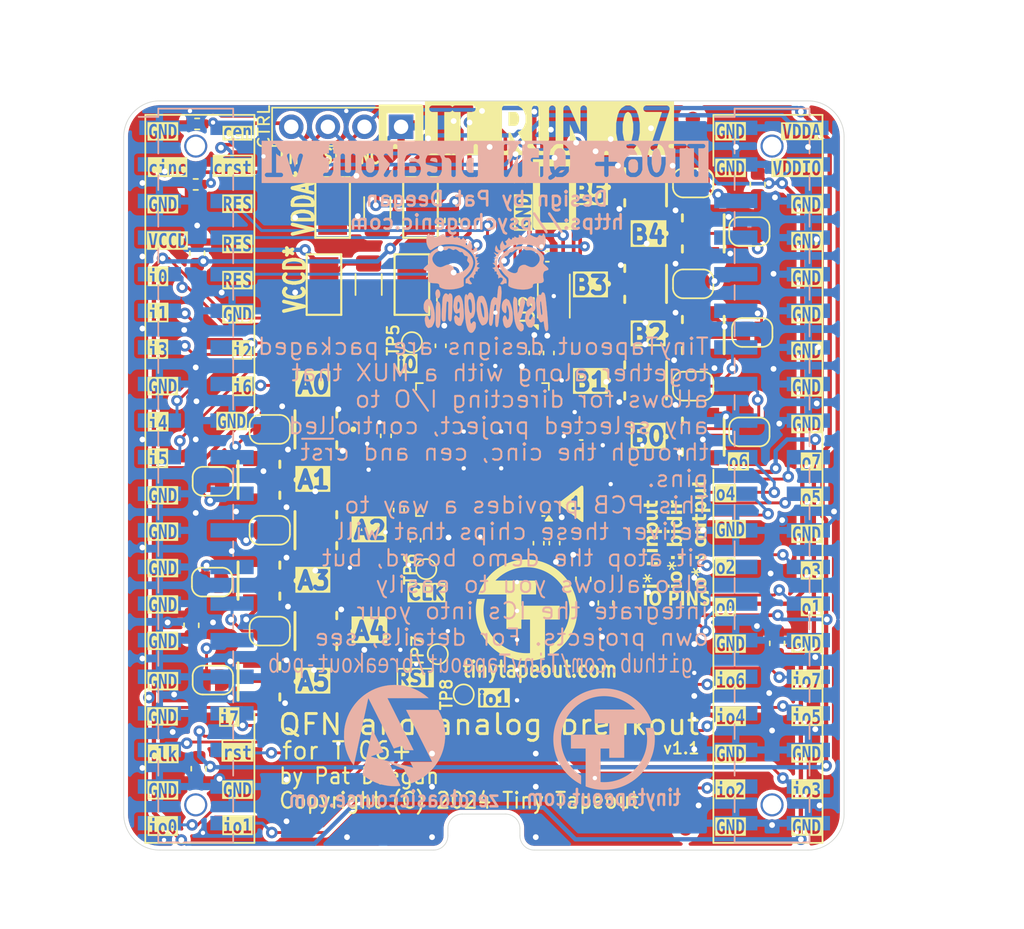
<source format=kicad_pcb>
(kicad_pcb (version 20240108) (generator "pcbnew") (generator_version "8.0")
  (title_block (title "Tiny Tapeout 06+ Breakout QFN") (date "2024-12-10") (rev "1.1") (comment 1 "(C) 2024 Pat Deegan"))
  (layers (0 "F.Cu" signal) (31 "B.Cu" signal) (34 "B.Paste" user) (35 "F.Paste" user) (36 "B.SilkS" user "B.Silkscreen") (37 "F.SilkS" user "F.Silkscreen") (38 "B.Mask" user) (39 "F.Mask" user) (44 "Edge.Cuts" user))
  (net 0 "")
  (net 1 "GND")
  (net 2 "vddio")
  (net 3 "vdda_all")
  (net 4 "vdda_in")
  (net 5 "vccd_in")
  (net 6 "/RES3")
  (net 7 "/RES2")
  (net 9 "/chip_an0")
  (net 10 "/chip_an1")
  (net 11 "/chip_an2")
  (net 12 "/chip_an3")
  (net 13 "/chip_an4")
  (net 14 "/chip_an5")
  (net 15 "/chip_an6")
  (net 16 "/chip_an7")
  (net 17 "/chip_an8")
  (net 18 "/chip_an9")
  (net 19 "/chip_an10")
  (net 20 "/chip_an11")
  (net 21 "/uin1")
  (net 22 "/c_rst_n")
  (net 23 "/uio1")
  (net 24 "/uin0")
  (net 25 "/uio4")
  (net 26 "/p_clk")
  (net 27 "/hd_an2")
  (net 28 "/uio3")
  (net 29 "/hd_an0")
  (net 30 "/uio7")
  (net 31 "/uin5")
  (net 32 "/c_sel_inc")
  (net 33 "/hd_an3")
  (net 34 "/hd_an5")
  (net 35 "/c_ena")
  (net 36 "/uin4")
  (net 37 "/uin3")
  (net 38 "/uin2")
  (net 39 "/uio0")
  (net 40 "/uio2")
  (net 41 "/uin6")
  (net 42 "/hd_an4")
  (net 43 "/p_rst")
  (net 44 "/uio6")
  (net 45 "/uio5")
  (net 46 "/hd_an1")
  (net 47 "/hd_an10")
  (net 48 "/hd_an11")
  (net 49 "/uout2")
  (net 50 "/uout7")
  (net 51 "/uout0")
  (net 52 "/hd_an9")
  (net 53 "/uout4")
  (net 54 "/hd_an6")
  (net 55 "/uout3")
  (net 56 "/uout1")
  (net 57 "/hd_an8")
  (net 58 "/uout6")
  (net 59 "/hd_an7")
  (net 60 "/uout5")
  (net 61 "/RES1")
  (net 62 "/reset_b")
  (net 63 "/hd_c_rst_n")
  (net 64 "/uin7")
  (net 65 "vccd_all")
  (footprint "Capacitor_SMD:C_0402_1005Metric" (layer "F.Cu") (at 74.3 48.7 90)
    (property "Reference" "C5" (hide yes))
    (property "Value" "0.1uf")
  )
  (footprint "Capacitor_SMD:C_0402_1005Metric" (layer "F.Cu") (at 65.75 48.5 90)
    (property "Reference" "C4" (hide yes))
    (property "Value" "0.1uf")
  )
  (footprint "Capacitor_SMD:C_0402_1005Metric" (layer "F.Cu") (at 75.4 48.7 90)
    (property "Reference" "C8" (hide yes))
    (property "Value" "0.1uf")
  )
  (footprint "Capacitor_SMD:C_0402_1005Metric" (layer "F.Cu") (at 74 35.5 90)
    (property "Reference" "C6" (hide yes))
    (property "Value" "0.1uf")
  )
  (footprint "Capacitor_SMD:C_0402_1005Metric" (layer "F.Cu") (at 67.5 35 90)
    (property "Reference" "C10" (hide yes))
    (property "Value" "0.1uf")
  )
  (footprint "Capacitor_SMD:C_0402_1005Metric" (layer "F.Cu") (at 77.25 41.9 180)
    (property "Reference" "C13" (hide yes))
    (property "Value" "0.1uf")
  )
  (footprint "flyingcarsfootprints:StitchingVia-0.4mmDrill" (layer "F.Cu") (at 74.1 65.6)
    (property "Reference" "STITCHB1" (hide yes))
    (property "Value" "StitchingVia-0.4mmDrill" (hide yes))
  )
  (footprint "flyingcarsfootprints:StitchingVia-0.3mm" (layer "F.Cu") (at 62.4 41.8)
    (property "Reference" "STITCHM1" (hide yes))
    (property "Value" "StitchingVia-0.3mm" (hide yes))
  )
  (footprint "flyingcarsfootprints:StitchingVia-0.4mmDrill" (layer "F.Cu") (at 61.65 23.2)
    (property "Reference" "STITCHB1" (hide yes))
    (property "Value" "StitchingVia-0.4mmDrill" (hide yes))
  )
  (footprint "flyingcarsfootprints:StitchingVia-0.4mmDrill" (layer "F.Cu") (at 46.8 64.3)
    (property "Reference" "STITCHB1" (hide yes))
    (property "Value" "StitchingVia-0.4mmDrill" (hide yes))
  )
  (footprint "flyingcarsfootprints:StitchingVia-0.4mmDrill" (layer "F.Cu") (at 74.1 69.1)
    (property "Reference" "STITCHB1" (hide yes))
    (property "Value" "StitchingVia-0.4mmDrill" (hide yes))
  )
  (footprint "TestPoint:TestPoint_Keystone_5019_Minature" (layer "F.Cu") (at 60 25.4 -90)
    (property "Reference" "TP3" (hide yes))
    (property "Value" "TestPoint_Alt")
  )
  (footprint "flyingcarsfootprints:StitchingVia-0.4mmDrill" (layer "F.Cu") (at 91.2 47.1)
    (property "Reference" "STITCHB1" (hide yes))
    (property "Value" "StitchingVia-0.4mmDrill" (hide yes))
  )
  (footprint "TestPoint:TestPoint_Keystone_5019_Minature" (layer "F.Cu") (at 65.5 30.75 90)
    (property "Reference" "TP2" (hide yes))
    (property "Value" "TestPoint_Alt")
  )
  (footprint "flyingcarsfootprints:StitchingVia-0.3mm" (layer "F.Cu") (at 62.5 43.6)
    (property "Reference" "STITCHM1" (hide yes))
    (property "Value" "StitchingVia-0.3mm" (hide yes))
  )
  (footprint "flyingcarsfootprints:StitchingVia-0.4mmDrill" (layer "F.Cu") (at 90.5 61.7)
    (property "Reference" "STITCHB1" (hide yes))
    (property "Value" "StitchingVia-0.4mmDrill" (hide yes))
  )
  (footprint "flyingcarsfootprints:StitchingVia-0.4mmDrill" (layer "F.Cu") (at 90.6 36.6)
    (property "Reference" "STITCHB1" (hide yes))
    (property "Value" "StitchingVia-0.4mmDrill" (hide yes))
  )
  (footprint "psysnapeda:SAMTEC_RSP-122811-01" (layer "F.Cu") (at 54.8875 44.3 90)
    (property "Reference" "J3" (hide yes))
    (property "Value" "U.FL")
  )
  (footprint "flyingcarsfootprints:StitchingVia-0.4mmDrill" (layer "F.Cu") (at 75.9 46.9)
    (property "Reference" "STITCHB1" (hide yes))
    (property "Value" "StitchingVia-0.4mmDrill" (hide yes))
  )
  (footprint "flyingcarsfootprints:StitchingVia-0.4mmDrill" (layer "F.Cu") (at 82.1 19.9)
    (property "Reference" "STITCHB1" (hide yes))
    (property "Value" "StitchingVia-0.4mmDrill" (hide yes))
  )
  (footprint "flyingcarsfootprints:StitchingVia-0.3mm" (layer "F.Cu") (at 72.8 59.6)
    (property "Reference" "STITCHM1" (hide yes))
    (property "Value" "StitchingVia-0.3mm" (hide yes))
  )
  (footprint "flyingcarsfootprints:StitchingVia-0.3mm" (layer "F.Cu") (at 72.8 57.5)
    (property "Reference" "STITCHM1" (hide yes))
    (property "Value" "StitchingVia-0.3mm" (hide yes))
  )
  (footprint "flyingcarsfootprints:StitchingVia-0.4mmDrill" (layer "F.Cu") (at 85.4 66.9)
    (property "Reference" "STITCHB1" (hide yes))
    (property "Value" "StitchingVia-0.4mmDrill" (hide yes))
  )
  (footprint "flyingcarsfootprints:StitchingVia-0.3mm" (layer "F.Cu") (at 85.1 60.9)
    (property "Reference" "STITCHM1" (hide yes))
    (property "Value" "StitchingVia-0.3mm" (hide yes))
  )
  (footprint "flyingcarsfootprints:StitchingVia-0.4mmDrill" (layer "F.Cu") (at 56.8 65.1)
    (property "Reference" "STITCHB1" (hide yes))
    (property "Value" "StitchingVia-0.4mmDrill" (hide yes))
  )
  (footprint "flyingcarsfootprints:StitchingVia-0.4mmDrill" (layer "F.Cu") (at 57.4 31.3)
    (property "Reference" "STITCHB1" (hide yes))
    (property "Value" "StitchingVia-0.4mmDrill" (hide yes))
  )
  (footprint "flyingcarsfootprints:StitchingVia-0.4mmDrill" (layer "F.Cu") (at 75.15 20)
    (property "Reference" "STITCHB1" (hide yes))
    (property "Value" "StitchingVia-0.4mmDrill" (hide yes))
  )
  (footprint "flyingcarsfootprints:StitchingVia-0.3mm" (layer "F.Cu") (at 69.1 43.5)
    (property "Reference" "STITCHM1" (hide yes))
    (property "Value" "StitchingVia-0.3mm" (hide yes))
  )
  (footprint "flyingcarsfootprints:StitchingVia-0.4mmDrill" (layer "F.Cu") (at 79.3 20.65)
    (property "Reference" "STITCHB1" (hide yes))
    (property "Value" "StitchingVia-0.4mmDrill" (hide yes))
  )
  (footprint "Capacitor_SMD:C_0603_1608Metric" (layer "F.Cu") (at 77.4 51.2 -90)
    (property "Reference" "C19" (hide yes))
    (property "Value" "C_1u_0603_50V")
  )
  (footprint "Capacitor_SMD:C_0402_1005Metric" (layer "F.Cu") (at 75 35.5 -90)
    (property "Reference" "C7" (hide yes))
    (property "Value" "0.1uf")
  )
  (footprint "flyingcarsfootprints:StitchingVia-0.3mm" (layer "F.Cu") (at 78.2 65)
    (property "Reference" "STITCHM1" (hide yes))
    (property "Value" "StitchingVia-0.3mm" (hide yes))
  )
  (footprint "flyingcarsfootprints:StitchingVia-0.4mmDrill" (layer "F.Cu") (at 48.9 61.8)
    (property "Reference" "STITCHB1" (hide yes))
    (property "Value" "StitchingVia-0.4mmDrill" (hide yes))
  )
  (footprint "TestPoint:TestPoint_Pad_D1.0mm" (layer "F.Cu") (at 69.1 59.2)
    (property "Reference" "TP8")
    (property "Value" "TestPoint")
  )
  (footprint "psysnapeda:SAMTEC_RSP-122811-01" (layer "F.Cu") (at 85.725 27.2 -90)
    (property "Reference" "J12" (hide yes))
    (property "Value" "U.FL")
  )
  (footprint "flyingcarsfootprints:StitchingVia-0.4mmDrill" (layer "F.Cu") (at 93 21.2)
    (property "Reference" "STITCHB1" (hide yes))
    (property "Value" "StitchingVia-0.4mmDrill" (hide yes))
  )
  (footprint "flyingcarsfootprints:StitchingVia-0.4mmDrill" (layer "F.Cu") (at 52.3 31.3)
    (property "Reference" "STITCHB1" (hide yes))
    (property "Value" "StitchingVia-0.4mmDrill" (hide yes))
  )
  (footprint "Resistor_SMD:R_0402_1005Metric" (layer "F.Cu") (at 50.5 23.8 180)
    (property "Reference" "R1" (hide yes))
    (property "Value" "1k")
  )
  (footprint "Fiducial:Fiducial_1mm_Mask2mm" (layer "F.Cu") (at 85 19.25)
    (property "Reference" "FID2" (hide yes))
    (property "Value" "Fiducial")
  )
  (footprint "flyingcarsfootprints:StitchingVia-0.4mmDrill" (layer "F.Cu") (at 50.55 38.85)
    (property "Reference" "STITCHB1" (hide yes))
    (property "Value" "StitchingVia-0.4mmDrill" (hide yes))
  )
  (footprint "Jumper:SolderJumper-2_P1.3mm_Bridged_RoundedPad1.0x1.5mm" (layer "F.Cu") (at 85.025 37.8)
    (property "Reference" "JP8" (hide yes))
    (property "Value" "Jumper_2_Small_Bridged")
  )
  (footprint "flyingcarsfootprints:StitchingVia-0.3mm" (layer "F.Cu") (at 61.2 50.4)
    (property "Reference" "STITCHM1" (hide yes))
    (property "Value" "StitchingVia-0.3mm" (hide yes))
  )
  (footprint "psysnapeda:SAMTEC_RSP-122811-01" (layer "F.Cu") (at 81.725 24 -90)
    (property "Reference" "J13" (hide yes))
    (property "Value" "U.FL")
  )
  (footprint "flyingcarsfootprints:StitchingVia-0.3mm" (layer "F.Cu") (at 72.8 51.4)
    (property "Reference" "STITCHM1" (hide yes))
    (property "Value" "StitchingVia-0.3mm" (hide yes))
  )
  (footprint "Capacitor_SMD:C_0603_1608Metric" (layer "F.Cu") (at 50.7 64.35 -90)
    (property "Reference" "C14" (hide yes))
    (property "Value" "C_1u_0603_50V")
  )
  (footprint "flyingcarsfootprints:StitchingVia-0.4mmDrill" (layer "F.Cu") (at 50.5 46.6)
    (property "Reference" "STITCHB1" (hide yes))
    (property "Value" "StitchingVia-0.4mmDrill" (hide yes))
  )
  (footprint "Capacitor_SMD:C_0603_1608Metric" (layer "F.Cu") (at 67.75 31.75 -90)
    (property "Reference" "C2" (hide yes))
    (property "Value" "C_1u_0603_50V")
  )
  (footprint "flyingcarsfootprints:StitchingVia-0.3mm" (layer "F.Cu") (at 69.1 40.95)
    (property "Reference" "STITCHM1" (hide yes))
    (property "Value" "StitchingVia-0.3mm" (hide yes))
  )
  (footprint "Package_DFN_QFN:QFN-64-1EP_9x9mm_P0.5mm_EP7.65x7.65mm" (layer "F.Cu") (at 70.4 42.2 180)
    (property "Reference" "U1" (hide yes))
    (property "Value" "Openframe_QFN_TT06_REV2")
  )
  (footprint "flyingcarsfootprints:StitchingVia-0.3mm" (layer "F.Cu") (at 64.7 56.1)
    (property "Reference" "STITCHM1" (hide yes))
    (property "Value" "StitchingVia-0.3mm" (hide yes))
  )
  (footprint "psysnapeda:SAMTEC_RSP-122811-01" (layer "F.Cu") (at 58.8375 47.8 90)
    (property "Reference" "J4" (hide yes))
    (property "Value" "U.FL")
  )
  (footprint "flyingcarsfootprints:StitchingVia-0.3mm" (layer "F.Cu") (at 68 54.8)
    (property "Reference" "STITCHM1" (hide yes))
    (property "Value" "StitchingVia-0.3mm" (hide yes))
  )
  (footprint "flyingcarsfootprints:StitchingVia-0.4mmDrill" (layer "F.Cu") (at 90.3 59.1)
    (property "Reference" "STITCHB1" (hide yes))
    (property "Value" "StitchingVia-0.4mmDrill" (hide yes))
  )
  (footprint "flyingcarsfootprints:StitchingVia-0.3mm" (layer "F.Cu") (at 75.35 31.55 90)
    (property "Reference" "STITCHM1" (hide yes))
    (property "Value" "StitchingVia-0.3mm" (hide yes))
  )
  (footprint "flyingcarsfootprints:StitchingVia-0.4mmDrill" (layer "F.Cu") (at 50.5 36.5)
    (property "Reference" "STITCHB1" (hide yes))
    (property "Value" "StitchingVia-0.4mmDrill" (hide yes))
  )
  (footprint "flyingcarsfootprints:StitchingVia-0.3mm" (layer "F.Cu") (at 55.2 21.85)
    (property "Reference" "STITCHM1" (hide yes))
    (property "Value" "StitchingVia-0.3mm" (hide yes))
  )
  (footprint "psysnapeda:SAMTEC_RSP-122811-01" (layer "F.Cu") (at 85.725 41.3 -90)
    (property "Reference" "J8" (hide yes))
    (property "Value" "U.FL")
  )
  (footprint "Jumper:SolderJumper-2_P1.3mm_Bridged_RoundedPad1.0x1.5mm" (layer "F.Cu") (at 88.925 27.075)
    (property "Reference" "JP11" (hide yes))
    (property "Value" "Jumper_2_Small_Bridged")
  )
  (footprint "flyingcarsfootprints:StitchingVia-0.4mmDrill" (layer "F.Cu") (at 57.4 26.1)
    (property "Reference" "STITCHB1" (hide yes))
    (property "Value" "StitchingVia-0.4mmDrill" (hide yes))
  )
  (footprint "TestPoint:TestPoint_Pad_D1.0mm" (layer "F.Cu") (at 67.3 56.4)
    (property "Reference" "TP7")
    (property "Value" "TestPoint")
  )
  (footprint "flyingcarsfootprints:StitchingVia-0.4mmDrill" (layer "F.Cu") (at 90.4 50.8)
    (property "Reference" "STITCHB1" (hide yes))
    (property "Value" "StitchingVia-0.4mmDrill" (hide yes))
  )
  (footprint "Jumper:SolderJumper-2_P1.3mm_Bridged_RoundedPad1.0x1.5mm" (layer "F.Cu") (at 51.6375 51.4 180)
    (property "Reference" "JP4" (hide yes))
    (property "Value" "Jumper_2_Small_Bridged")
  )
  (footprint "flyingcarsfootprints:StitchingVia-0.4mmDrill" (layer "F.Cu") (at 81.9 52.1)
    (property "Reference" "STITCHB1" (hide yes))
    (property "Value" "StitchingVia-0.4mmDrill" (hide yes))
  )
  (footprint "flyingcarsfootprints:StitchingVia-0.4mmDrill" (layer "F.Cu") (at 93.8 66.9)
    (property "Reference" "STITCHB1" (hide yes))
    (property "Value" "StitchingVia-0.4mmDrill" (hide yes))
  )
  (footprint "Package_DFN_QFN:DFN-8-1EP_3x2mm_P0.5mm_EP1.75x1.45mm" (layer "F.Cu") (at 75.35 31.55 90)
    (property "Reference" "U2")
    (property "Value" "24LC02")
  )
  (footprint "Fiducial:Fiducial_1mm_Mask2mm" (layer "F.Cu") (at 63.5 68.5)
    (property "Reference" "FID1" (hide yes))
    (property "Value" "Fiducial")
  )
  (footprint "Resistor_SMD:R_1206_3216Metric" (layer "F.Cu") (at 63.1 25.4 -90)
    (property "Reference" "R3" (hide yes))
    (property "Value" "0R")
  )
  (footprint "Logos:TT_logo" (layer "F.Cu") (at 73.5 53.4)
    (property "Reference" "TTLOGO" (hide yes))
    (property "Value" "TT_logo")
  )
  (footprint "flyingcarsfootprints:StitchingVia-0.3mm" (layer "F.Cu") (at 72.8 55.4)
    (property "Reference" "STITCHM1" (hide yes))
    (property "Value" "StitchingVia-0.3mm" (hide yes))
  )
  (footprint "flyingcarsfootprints:StitchingVia-0.4mmDrill" (layer "F.Cu") (at 50.5 41.5)
    (property "Reference" "STITCHB1" (hide yes))
    (property "Value" "StitchingVia-0.4mmDrill" (hide yes))
  )
  (footprint "Capacitor_SMD:C_0402_1005Metric" (layer "F.Cu") (at 63.7 41.25 90)
    (property "Reference" "C11" (hide yes))
    (property "Value" "0.1uf")
  )
  (footprint "Jumper:SolderJumper-2_P1.3mm_Bridged_RoundedPad1.0x1.5mm" (layer "F.Cu") (at 89.125 34.075)
    (property "Reference" "JP9" (hide yes))
    (property "Value" "Jumper_2_Small_Bridged")
  )
  (footprint "Jumper:SolderJumper-2_P1.3mm_Bridged_RoundedPad1.0x1.5mm" (layer "F.Cu") (at 85.025 30.7)
    (property "Reference" "JP10" (hide yes))
    (property "Value" "Jumper_2_Small_Bridged")
  )
  (footprint "Capacitor_SMD:C_0603_1608Metric" (layer "F.Cu") (at 50.2 54.4 90)
    (property "Reference" "C17" (hide yes))
    (property "Value" "C_1u_0603_50V")
  )
  (footprint "flyingcarsfootprints:StitchingVia-0.4mmDrill" (layer "F.Cu") (at 85.1 63)
    (property "Reference" "STITCHB1" (hide yes))
    (property "Value" "StitchingVia-0.4mmDrill" (hide yes))
  )
  (footprint "flyingcarsfootprints:StitchingVia-0.4mmDrill" (layer "F.Cu") (at 74.1 63.3)
    (property "Reference" "STITCHB1" (hide yes))
    (property "Value" "StitchingVia-0.4mmDrill" (hide yes))
  )
  (footprint "Capacitor_SMD:C_0402_1005Metric" (layer "F.Cu") (at 64.6 46.4 -90)
    (property "Reference" "C12" (hide yes))
    (property "Value" "0.1uf")
  )
  (footprint "flyingcarsfootprints:StitchingVia-0.4mmDrill" (layer "F.Cu") (at 85.1 55.7)
    (property "Reference" "STITCHB1" (hide yes))
    (property "Value" "StitchingVia-0.4mmDrill" (hide yes))
  )
  (footprint "flyingcarsfootprints:StitchingVia-0.4mmDrill" (layer "F.Cu") (at 91 40.4)
    (property "Reference" "STITCHB1" (hide yes))
    (property "Value" "StitchingVia-0.4mmDrill" (hide yes))
  )
  (footprint "flyingcarsfootprints:StitchingVia-0.4mmDrill" (layer "F.Cu") (at 49.7 33.9)
    (property "Reference" "STITCHB1" (hide yes))
    (property "Value" "StitchingVia-0.4mmDrill" (hide yes))
  )
  (footprint "Capacitor_SMD:C_0603_1608Metric" (layer "F.Cu") (at 68.3 26.3 -90)
    (property "Reference" "C3" (hide yes))
    (property "Value" "C_1u_0603_50V")
  )
  (footprint "flyingcarsfootprints:StitchingVia-0.4mmDrill" (layer "F.Cu") (at 89.45 54.45)
    (property "Reference" "STITCHB1" (hide yes))
    (property "Value" "StitchingVia-0.4mmDrill" (hide yes))
  )
  (footprint "Capacitor_SMD:C_0603_1608Metric" (layer "F.Cu") (at 90.85 55.65 90)
    (property "Reference" "C16" (hide yes))
    (property "Value" "C_1u_0603_50V")
  )
  (footprint "Jumper:SolderJumper-2_P1.3mm_Bridged_RoundedPad1.0x1.5mm" (layer "F.Cu") (at 55.6375 54.8 180)
    (property "Reference" "JP5" (hide yes))
    (property "Value" "Jumper_2_Small_Bridged")
  )
  (footprint "flyingcarsfootprints:StitchingVia-0.3mm" (layer "F.Cu") (at 76.8 39.6)
    (property "Reference" "STITCHM1" (hide yes))
    (property "Value" "StitchingVia-0.3mm" (hide yes))
  )
  (footprint "flyingcarsfootprints:StitchingVia-0.3mm" (layer "F.Cu") (at 51 68.8)
    (property "Reference" "STITCHM1" (hide yes))
    (property "Value" "StitchingVia-0.3mm" (hide yes))
  )
  (footprint "flyingcarsfootprints:StitchingVia-0.3mm" (layer "F.Cu") (at 60.4 62.6)
    (property "Reference" "STITCHM1" (hide yes))
    (property "Value" "StitchingVia-0.3mm" (hide yes))
  )
  (footprint "flyingcarsfootprints:StitchingVia-0.4mmDrill" (layer "F.Cu") (at 68.4 19.4)
    (property "Reference" "STITCHB1" (hide yes))
    (property "Value" "StitchingVia-0.4mmDrill" (hide yes))
  )
  (footprint "flyingcarsfootprints:StitchingVia-0.3mm" (layer "F.Cu") (at 72.8 53.4)
    (property "Reference" "STITCHM1" (hide yes))
    (property "Value" "StitchingVia-0.3mm" (hide yes))
  )
  (footprint "psysnapeda:SAMTEC_RSP-122811-01" (layer "F.Cu") (at 81.725 37.4 -90)
    (property "Reference" "J9" (hide yes))
    (property "Value" "U.FL")
  )
  (footprint "TestPoint:TestPoint_Pad_D1.0mm" (layer "F.Cu") (at 66.5 50.5)
    (property "Reference" "TP6")
    (property "Value" "TestPoint")
  )
  (footprint "flyingcarsfootprints:StitchingVia-0.4mmDrill" (layer "F.Cu") (at 85.1 51.1)
    (property "Reference" "STITCHB1" (hide yes))
    (property "Value" "StitchingVia-0.4mmDrill" (hide yes))
  )
  (footprint "TestPoint:TestPoint_Keystone_5019_Minature" (layer "F.Cu") (at 59.4 30.75 90)
    (property "Reference" "TP4" (hide yes))
    (property "Value" "TestPoint_Alt")
  )
  (footprint "Resistor_SMD:R_1206_3216Metric" (layer "F.Cu") (at 62.5 30.75 90)
    (property "Reference" "R4" (hide yes))
    (property "Value" "0R")
  )
  (footprint "flyingcarsfootprints:StitchingVia-0.4mmDrill" (layer "F.Cu") (at 46.8 28.8)
    (property "Reference" "STITCHB1" (hide yes))
    (property "Value" "StitchingVia-0.4mmDrill" (hide yes))
  )
  (footprint "flyingcarsfootprints:StitchingVia-0.4mmDrill" (layer "F.Cu") (at 90.6 30)
    (property "Reference" "STITCHB1" (hide yes))
    (property "Value" "StitchingVia-0.4mmDrill" (hide yes))
  )
  (footprint "flyingcarsfootprints:StitchingVia-0.3mm" (layer "F.Cu") (at 65.8 57.1)
    (property "Reference" "STITCHM1" (hide yes))
    (property "Value" "StitchingVia-0.3mm" (hide yes))
  )
  (footprint "TestPoint:TestPoint_Pad_D1.0mm" (layer "F.Cu") (at 65.5 34.75)
    (property "Reference" "TP5")
    (property "Value" "TestPoint")
  )
  (footprint "flyingcarsfootprints:StitchingVia-0.4mmDrill" (layer "F.Cu") (at 46.8 23.7)
    (property "Reference" "STITCHB1" (hide yes))
    (property "Value" "StitchingVia-0.4mmDrill" (hide yes))
  )
  (footprint "Fiducial:Fiducial_1mm_Mask2mm" (layer "F.Cu") (at 84.5 68.5)
    (property "Reference" "FID3" (hide yes))
    (property "Value" "Fiducial")
  )
  (footprint "flyingcarsfootprints:StitchingVia-0.3mm" (layer "F.Cu") (at 48.3 69.3)
    (property "Reference" "STITCHM1" (hide yes))
    (property "Value" "StitchingVia-0.3mm" (hide yes))
  )
  (footprint "Connector_PinHeader_2.54mm:PinHeader_1x04_P2.54mm_Vertical" (layer "F.Cu") (at 64.75 19.8 -90)
    (property "Reference" "J1" (hide yes))
    (property "Value" "Conn_01x04")
  )
  (footprint "Jumper:SolderJumper-2_P1.3mm_Bridged_RoundedPad1.0x1.5mm" (layer "F.Cu") (at 55.6375 40.8 180)
    (property "Reference" "JP1" (hide yes))
    (property "Value" "Jumper_2_Small_Bridged")
  )
  (footprint "Capacitor_SMD:C_0603_1608Metric" (layer "F.Cu") (at 89.5 23.8 -90)
    (property "Reference" "C1" (hide yes))
    (property "Value" "C_1u_0603_50V")
  )
  (footprint "Jumper:SolderJumper-2_P1.3mm_Bridged_RoundedPad1.0x1.5mm" (layer "F.Cu") (at 51.6875 44.4 180)
    (property "Reference" "JP2" (hide yes))
    (property "Value" "Jumper_2_Small_Bridged")
  )
  (footprint "Jumper:SolderJumper-2_P1.3mm_Bridged_RoundedPad1.0x1.5mm" (layer "F.Cu") (at 51.6875 58.2 180)
    (property "Reference" "JP6" (hide yes))
    (property "Value" "Jumper_2_Small_Bridged")
  )
  (footprint "flyingcarsfootprints:StitchingVia-0.4mmDrill" (layer "F.Cu") (at 61 69.1)
    (property "Reference" "STITCHB1" (hide yes))
    (property "Value" "StitchingVia-0.4mmDrill" (hide yes))
  )
  (footprint "flyingcarsfootprints:StitchingVia-0.3mm" (layer "F.Cu") (at 81.5 41.9)
    (property "Reference" "STITCHM1" (hide yes))
    (property "Value" "StitchingVia-0.3mm" (hide yes))
  )
  (footprint "flyingcarsfootprints:StitchingVia-0.4mmDrill" (layer "F.Cu") (at 46.8 33.8)
    (property "Reference" "STITCHB1" (hide yes))
    (property "Value" "StitchingVia-0.4mmDrill" (hide yes))
  )
  (footprint "flyingcarsfootprints:StitchingVia-0.4mmDrill" (layer "F.Cu") (at 48.55 54.2)
    (property "Reference" "STITCHB1" (hide yes))
    (property "Value" "StitchingVia-0.4mmDrill" (hide yes))
  )
  (footprint "flyingcarsfootprints:StitchingVia-0.4mmDrill" (layer "F.Cu") (at 78 52.9)
    (property "Reference" "STITCHB1" (hide yes))
    (property "Value" "StitchingVia-0.4mmDrill" (hide yes))
  )
  (footprint "flyingcarsfootprints:StitchingVia-0.3mm" (layer "F.Cu") (at 60.95 18.7)
    (property "Reference" "STITCHM1" (hide yes))
    (property "Value" "StitchingVia-0.3mm" (hide yes))
  )
  (footprint "Jumper:SolderJumper-2_P1.3mm_Bridged_RoundedPad1.0x1.5mm" (layer "F.Cu") (at 85.025 23.7)
    (property "Reference" "JP12" (hide yes))
    (property "Value" "Jumper_2_Small_Bridged")
  )
  (footprint "flyingcarsfootprints:StitchingVia-0.4mmDrill" (layer "F.Cu") (at 66.9 63.3)
    (property "Reference" "STITCHB1" (hide yes))
    (property "Value" "StitchingVia-0.4mmDrill" (hide yes))
  )
  (footprint "flyingcarsfootprints:StitchingVia-0.4mmDrill" (layer "F.Cu") (at 51.7 54.2)
    (property "Reference" "STITCHB1" (hide yes))
    (property "Value" "StitchingVia-0.4mmDrill" (hide yes))
  )
  (footprint "psysnapeda:SAMTEC_RSP-122811-01" (layer "F.Cu") (at 54.8875 58.3 90)
    (property "Reference" "J7" (hide yes))
    (property "Value" "U.FL")
  )
  (footprint "flyingcarsfootprints:StitchingVia-0.4mmDrill" (layer "F.Cu") (at 49 59.2)
    (property "Reference" "STITCHB1" (hide yes))
    (property "Value" "StitchingVia-0.4mmDrill" (hide yes))
  )
  (footprint "Resistor_SMD:R_0402_1005Metric" (layer "F.Cu") (at 50.6 19.6 180)
    (property "Reference" "R2" (hide yes))
    (property "Value" "1k")
  )
  (footprint "flyingcarsfootprints:StitchingVia-0.4mmDrill" (layer "F.Cu") (at 85.1 59.3)
    (property "Reference" "STITCHB1" (hide yes))
    (property "Value" "StitchingVia-0.4mmDrill" (hide yes))
  )
  (footprint "flyingcarsfootprints:StitchingVia-0.3mm" (layer "F.Cu") (at 71.7 40.95 90)
    (property "Reference" "STITCHM1" (hide yes))
    (property "Value" "StitchingVia-0.3mm" (hide yes))
  )
  (footprint "flyingcarsfootprints:StitchingVia-0.4mmDrill" (layer "F.Cu") (at 46.8 49)
    (property "Reference" "STITCHB1" (hide yes))
    (property "Value" "StitchingVia-0.4mmDrill" (hide yes))
  )
  (footprint "flyingcarsfootprints:StitchingVia-0.3mm" (layer "F.Cu") (at 75.9 37.4)
    (property "Reference" "STITCHM1" (hide yes))
    (property "Value" "StitchingVia-0.3mm" (hide yes))
  )
  (footprint "flyingcarsfootprints:StitchingVia-0.4mmDrill" (layer "F.Cu") (at 46.8 41.5)
    (property "Reference" "STITCHB1" (hide yes))
    (property "Value" "StitchingVia-0.4mmDrill" (hide yes))
  )
  (footprint "Resistor_SMD:R_0402_1005Metric" (layer "F.Cu") (at 73 23.5 -90)
    (property "Reference" "R7" (hide yes))
    (property "Value" "0R")
  )
  (footprint "Resistor_SMD:R_0402_1005Metric" (layer "F.Cu") (at 71.15 23.49 -90)
    (property "Reference" "R6" (hide yes))
    (property "Value" "0R")
  )
  (footprint "flyingcarsfootprints:StitchingVia-0.4mmDrill" (layer "F.Cu") (at 66.9 69.1)
    (property "Reference" "STITCHB1" (hide yes))
    (property "Value" "StitchingVia-0.4mmDrill" (hide yes))
  )
  (footprint "flyingcarsfootprints:StitchingVia-0.4mmDrill" (layer "F.Cu") (at 66.9 65.6)
    (property "Reference" "STITCHB1" (hide yes))
    (property "Value" "StitchingVia-0.4mmDrill" (hide yes))
  )
  (footprint "flyingcarsfootprints:StitchingVia-0.3mm" (layer "F.Cu") (at 79.3 44.6)
    (property "Reference" "STITCHM1" (hide yes))
    (property "Value" "StitchingVia-0.3mm" (hide yes))
  )
  (footprint "flyingcarsfootprints:StitchingVia-0.3mm" (layer "F.Cu") (at 85.1 57.7)
    (property "Reference" "STITCHM1" (hide yes))
    (property "Value" "StitchingVia-0.3mm" (hide yes))
  )
  (footprint "Jumper:SolderJumper-2_P1.3mm_Bridged_RoundedPad1.0x1.5mm" (layer "F.Cu") (at 88.925 40.975)
    (property "Reference" "JP7" (hide yes))
    (property "Value" "Jumper_2_Small_Bridged")
  )
  (footprint "psysnapeda:SAMTEC_RSP-122811-01" (layer "F.Cu") (at 58.8375 40.8 90)
    (property "Reference" "J2" (hide yes))
    (property "Value" "U.FL")
  )
  (footprint "Jumper:SolderJumper-2_P1.3mm_Bridged_RoundedPad1.0x1.5mm" (layer "F.Cu") (at 55.6375 47.8 180)
    (property "Reference" "JP3" (hide yes))
    (property "Value" "Jumper_2_Small_Bridged")
  )
  (footprint "psysnapeda:SAMTEC_RSP-122811-01" (layer "F.Cu") (at 58.8375 54.8 90)
    (property "Reference" "J6" (hide yes))
    (property "Value" "U.FL")
  )
  (footprint "TestPoint:TestPoint_Keystone_5019_Minature" (layer "F.Cu") (at 75.4 24.5 -90)
    (property "Reference" "TP9" (hide yes))
    (property "Value" "TestPoint_Alt")
  )
  (footprint "flyingcarsfootprints:StitchingVia-0.4mmDrill" (layer "F.Cu") (at 56.8 68)
    (property "Reference" "STITCHB1" (hide yes))
    (property "Value" "StitchingVia-0.4mmDrill" (hide yes))
  )
  (footprint "psysnapeda:SAMTEC_RSP-122811-01" (layer "F.Cu") (at 81.725 30.7 -90)
    (property "Reference" "J11" (hide yes))
    (property "Value" "U.FL")
  )
  (footprint "Capacitor_SMD:C_0603_1608Metric" (layer "F.Cu") (at 50.6 28.575 90)
    (property "Reference" "C15" (hide yes))
    (property "Value" "C_1u_0603_50V")
  )
  (footprint "Capacitor_SMD:C_0402_1005Metric" (layer "F.Cu") (at 74.9 28.8 180)
    (property "Reference" "C9" (hide yes))
    (property "Value" "0.1uf")
  )
  (footprint "flyingcarsfootprints:StitchingVia-0.4mmDrill" (layer "F.Cu") (at 78.7 55.2)
    (property "Reference" "STITCHB1" (hide yes))
    (property "Value" "StitchingVia-0.4mmDrill" (hide yes))
  )
  (footprint "flyingcarsfootprints:StitchingVia-0.4mmDrill" (layer "F.Cu") (at 46.8 56.7)
    (property "Reference" "STITCHB1" (hide yes))
    (property "Value" "StitchingVia-0.4mmDrill" (hide yes))
  )
  (footprint "flyingcarsfootprints:StitchingVia-0.4mmDrill" (layer "F.Cu") (at 61.75 26)
    (property "Reference" "STITCHB1" (hide yes))
    (property "Value" "StitchingVia-0.4mmDrill" (hide yes))
  )
  (footprint "TestPoint:TestPoint_Keystone_5019_Minature" (layer "F.Cu") (at 66.1 25.4 -90)
    (property "Reference" "TP1" (hide yes))
    (property "Value" "TestPoint_Alt")
  )
  (footprint "psysnapeda:SAMTEC_RSP-122811-01" (layer "F.Cu") (at 85.725 34.25 -90)
    (property "Reference" "J10" (hide yes))
    (property "Value" "U.FL")
  )
  (footprint "flyingcarsfootprints:StitchingVia-0.3mm" (layer "F.Cu") (at 71.7 43.5)
    (property "Reference" "STITCHM1" (hide yes))
    (property "Value" "StitchingVia-0.3mm" (hide yes))
  )
  (footprint "psysnapeda:SAMTEC_RSP-122811-01" (layer "F.Cu") (at 54.8875 51.3 90)
    (property "Reference" "J5" (hide yes))
    (property "Value" "U.FL")
  )
  (footprint "flyingcarsfootprints:StitchingVia-0.3mm" (layer "F.Cu") (at 50.1 18.7)
    (property "Reference" "STITCHM1" (hide yes))
    (property "Value" "StitchingVia-0.3mm" (hide yes))
  )
  (footprint "Capacitor_SMD:C_0603_1608Metric" (layer "F.Cu") (at 78.95 52.85 90)
    (property "Reference" "C18" (hide yes))
    (property "Value" "C_1u_0603_50V")
  )
  (footprint "flyingcarsfootprints:StitchingVia-0.3mm" (layer "F.Cu") (at 71.3 32.7)
    (property "Reference" "STITCHM1" (hide yes))
    (property "Value" "StitchingVia-0.3mm" (hide yes))
  )
  (footprint "TinyTapeout:FH-00148_PinSocket_2x20_P2.54mm" (layer "B.Cu") (at 90.5 44 180)
    (property "Reference" "CON2" (hide yes))
    (property "Value" "~")
  )
  (footprint "Logos:Z2A_logo" (layer "B.Cu") (at 64.1608 61.958048 180)
    (property "Reference" "REF**" (hide yes))
    (property "Value" "Z2A_logo")
  )
  (footprint "Logos:TT_logo" (layer "B.Cu") (at 78.8 62.35 180)
    (property "Reference" "REF**" (hide yes))
    (property "Value" "TT_logo")
  )
  (footprint "flyingcarsfootprints:PsychoLogoSmall" (layer "B.Cu") (at 70.7 30.6 180)
    (property "Reference" "G***" (hide yes))
    (property "Value" "LOGO" (hide yes))
  )
  (footprint "TinyTapeout:FH-00148_PinSocket_2x20_P2.54mm" (layer "B.Cu") (at 50.5 44 180)
    (property "Reference" "CON1" (hide yes))
    (property "Value" "~")
  )
  (gr_line (start 86.42744 69.5) (end 94 69.5) (stroke (width 0.12)) (layer "F.SilkS"))
  (gr_line (start 94 69.5) (end 94 18.97256) (stroke (width 0.12)) (layer "F.SilkS"))
  (gr_line (start 76.95 45.3) (end 77.2 45.3) (stroke (width 0.2)) (layer "F.SilkS"))
  (gr_line (start 54.57256 18.97256) (end 54.57256 39.5) (stroke (width 0.12)) (layer "F.SilkS"))
  (gr_line (start 77 46.77) (end 77.25 46.77) (stroke (width 0.24)) (layer "F.SilkS"))
  (gr_line (start 54.57256 69.5) (end 54.57256 60.5) (stroke (width 0.12)) (layer "F.SilkS"))
  (gr_line (start 86.42744 18.97256) (end 86.42744 22.5) (stroke (width 0.12)) (layer "F.SilkS"))
  (gr_rect (start 63.35 18.4) (end 66.15 21.2) (stroke (width 0.3)) (fill none) (layer "F.SilkS"))
  (gr_line (start 76.44 45.64) (end 76.44 46.24) (stroke (width 0.2)) (layer "F.SilkS"))
  (gr_line (start 54.57256 18.97256) (end 47 18.97256) (stroke (width 0.12)) (layer "F.SilkS"))
  (gr_line (start 76.9 45.2) (end 77.3 45.2) (stroke (width 0.2)) (layer "F.SilkS"))
  (gr_line (start 86.42744 69.5) (end 86.42744 43.6) (stroke (width 0.12)) (layer "F.SilkS"))
  (gr_line (start 47 69.5) (end 54.57256 69.5) (stroke (width 0.12)) (layer "F.SilkS"))
  (gr_line (start 47 18.97256) (end 47 69.5) (stroke (width 0.12)) (layer "F.SilkS"))
  (gr_line (start 76.71 46.61) (end 77.232529 46.61115) (stroke (width 0.2)) (layer "F.SilkS"))
  (gr_line (start 76.28 45.735) (end 76.28 46.185) (stroke (width 0.2)) (layer "F.SilkS"))
  (gr_line (start 94 18.97256) (end 86.42744 18.97256) (stroke (width 0.12)) (layer "F.SilkS"))
  (gr_line (start 76.975 46.6) (end 77.225 46.6) (stroke (width 0.24)) (layer "F.SilkS"))
  (gr_line (start 76.66 46.5) (end 77.26 46.5) (stroke (width 0.2)) (layer "F.SilkS"))
  (gr_rect (start 63.605583 18.661166) (end 65.894417 20.95) (stroke (width 0.4)) (fill none) (layer "F.SilkS"))
  (gr_poly (pts (xy 75.8 45.95) (xy 77.3 44.8) (xy 77.3 47.1)) (stroke (width 0.2)) (fill none) (layer "F.SilkS"))
  (gr_poly (pts (xy 75.9 45.95) (xy 77.3 44.9) (xy 77.3 47)) (stroke (width 0.2)) (fill none) (layer "F.SilkS"))
  (gr_rect (start 74.15 22.3) (end 76.65 26.7) (stroke (width 0.5)) (fill none) (layer "F.SilkS"))
  (gr_line (start 76.11 45.95) (end 75.9 45.95) (stroke (width 0.2)) (layer "F.SilkS"))
  (gr_line (start 73 69) (end 73 68.5) (stroke (width 0.05)) (layer "Edge.Cuts"))
  (gr_arc (start 72 67.5) (mid 72.707107 67.792893) (end 73 68.5) (stroke (width 0.05)) (layer "Edge.Cuts"))
  (gr_line (start 68 68.5) (end 68 69) (stroke (width 0.05)) (layer "Edge.Cuts"))
  (gr_line (start 93 70) (end 74 70) (stroke (width 0.05)) (layer "Edge.Cuts"))
  (gr_arc (start 48 70) (mid 46.232233 69.267767) (end 45.5 67.5) (stroke (width 0.05)) (layer "Edge.Cuts"))
  (gr_line (start 48 18) (end 93 18) (stroke (width 0.05)) (layer "Edge.Cuts"))
  (gr_arc (start 93 18) (mid 94.767767 18.732233) (end 95.5 20.5) (stroke (width 0.05)) (layer "Edge.Cuts"))
  (gr_line (start 95.5 20.5) (end 95.5 67.5) (stroke (width 0.05)) (layer "Edge.Cuts"))
  (gr_line (start 72 67.5) (end 69 67.5) (stroke (width 0.05)) (layer "Edge.Cuts"))
  (gr_arc (start 95.5 67.5) (mid 94.767767 69.267767) (end 93 70) (stroke (width 0.05)) (layer "Edge.Cuts"))
  (gr_arc (start 45.5 20.5) (mid 46.232233 18.732233) (end 48 18) (stroke (width 0.05)) (layer "Edge.Cuts"))
  (gr_arc (start 68 69) (mid 67.707107 69.707107) (end 67 70) (stroke (width 0.05)) (layer "Edge.Cuts"))
  (gr_arc (start 74 70) (mid 73.292893 69.707107) (end 73 69) (stroke (width 0.05)) (layer "Edge.Cuts"))
  (gr_arc (start 68 68.5) (mid 68.292893 67.792893) (end 69 67.5) (stroke (width 0.05)) (layer "Edge.Cuts"))
  (gr_line (start 45.5 67.5) (end 45.5 20.5) (stroke (width 0.05)) (layer "Edge.Cuts"))
  (gr_line (start 48 70) (end 67 70) (stroke (width 0.05)) (layer "Edge.Cuts"))
  (gr_text "TinyTapeout designs are packaged \ntogether along with a MUX that \nallows for directing I/O to \nany selected project, controlled \nthrough the cinc, cen and c~{rst} \npins.\nThis PCB provides a way to \ndeliver these chips that will\nsit atop the demo board, but \nalso allows you to easily \nintegrate the ICs into your\nown projects. For details, see\n" (at 86.2 55.9 0) (layer "B.SilkS") (effects (font (size 1.14 1.2) (thickness 0.14)) (justify left bottom mirror)))
  (gr_text "Design by Pat Deegan\nhttps://psychogenic.com" (at 70.7 27 0) (layer "B.SilkS") (effects (font (size 1 1) (thickness 0.18) (bold yes)) (justify bottom mirror)))
  (gr_text "github.com/TinyTapeout/breakout-pcb" (at 85 57.9 0) (layer "B.SilkS") (effects (font (size 1.3 1) (thickness 0.09125)) (justify left bottom mirror)))
  (gr_text "zerotoasiccourse.com" (at 64.25 67.1 0) (layer "B.SilkS") (effects (font (size 1.1 0.9) (thickness 0.18) (bold yes)) (justify bottom mirror)))
  (gr_text "TT06+ QFN breakout v1" (at 70.5 23.4 0) (layer "B.SilkS" knockout) (effects (font (size 2 1.7) (thickness 0.3)) (justify bottom mirror)))
  (gr_text "tinytapeout.com" (at 78.8 67 0) (layer "B.SilkS") (effects (font (size 1.1 0.9) (thickness 0.18) (bold yes)) (justify bottom mirror)))
  (gr_text "EN  RST  INC" (at 56.2 22.45 0) (layer "F.SilkS") (effects (font (size 1 0.68) (thickness 0.17) (bold yes)) (justify left bottom)))
  (gr_text "RES" (at 54.4 28.608947 0) (layer "F.SilkS" knockout) (effects (font (size 1 0.8) (thickness 0.127) (bold yes)) (justify right bottom)))
  (gr_text "GND" (at 47.2 48.580115 0) (layer "F.SilkS" knockout) (effects (font (size 1 0.8) (thickness 0.127) (bold yes)) (justify left bottom)))
  (gr_text "i5" (at 47.2 43.529185 0) (layer "F.SilkS" knockout) (effects (font (size 1 0.8) (thickness 0.127) (bold yes)) (justify left bottom)))
  (gr_text "VCCD*" (at 58.2 32.85 90) (layer "F.SilkS") (effects (font (size 1.4 1) (thickness 0.25) (bold yes)) (justify left bottom)))
  (gr_text "io4" (at 86.6 61.43 0) (layer "F.SilkS" knockout) (effects (font (size 1 0.8) (thickness 0.127) (bold yes)) (justify left bottom)))
  (gr_text "i7" (at 53.5 61.5 0) (layer "F.SilkS" knockout) (effects (font (size 1 0.8) (thickness 0.127) (bold yes)) (justify right bottom)))
  (gr_text "GND" (at 54 40.9 0) (layer "F.SilkS" knockout) (effects (font (size 1 0.8) (thickness 0.127) (bold yes)) (justify right bottom)))
  (gr_text "VCCD" (at 47.2 28.376395 0) (layer "F.SilkS" knockout) (effects (font (size 1 0.8) (thickness 0.127) (bold yes)) (justify left bottom)))
  (gr_text "GND" (at 47.2 38.478255 0) (layer "F.SilkS" knockout) (effects (font (size 1 0.8) (thickness 0.127) (bold yes)) (justify left bottom)))
  (gr_text "RST" (at 64.3 58.6 0) (layer "F.SilkS" knockout) (effects (font (size 0.9 0.9) (thickness 0.225) (bold yes)) (justify left bottom)))
  (gr_text "GND" (at 93.9 63.97 0) (layer "F.SilkS" knockout) (effects (font (size 1 0.8) (thickness 0.127) (bold yes)) (justify right bottom)))
  (gr_text "GND" (at 93.894444 38.57 0) (layer "F.SilkS" knockout) (effects (font (size 1.05 0.8) (thickness 0.127) (bold yes)) (justify right bottom)))
  (gr_text "o0" (at 86.6 53.81 0) (layer "F.SilkS" knockout) (effects (font (size 1 0.8) (thickness 0.127) (bold yes)) (justify left bottom)))
  (gr_text "VDDIO" (at 93.9 23.33 0) (layer "F.SilkS" knockout) (effects (font (size 1 0.8) (thickness 0.127) (bold yes)) (justify right bottom)))
  (gr_text "GND" (at 86.6 23.33 0) (layer "F.SilkS" knockout) (effects (font (size 1 0.8) (thickness 0.127) (bold yes)) (justify left bottom)))
  (gr_text "o2" (at 86.6 51 0) (layer "F.SilkS" knockout) (effects (font (size 1 0.8) (thickness 0.127) (bold yes)) (justify left bottom)))
  (gr_text "io7" (at 93.9 58.89 0) (layer "F.SilkS" knockout) (effects (font (size 1 0.8) (thickness 0.127) (bold yes)) (justify right bottom)))
  (gr_text "GND" (at 49.2 61.4 0) (layer "F.SilkS" knockout) (effects (font (size 1 0.8) (thickness 0.127) (bold yes)) (justify right bottom)))
  (gr_text "i0" (at 47.2 30.90186 0) (layer "F.SilkS" knockout) (effects (font (size 1 0.8) (thickness 0.127) (bold yes)) (justify left bottom)))
  (gr_text "o5" (at 93.9 46.2 0) (layer "F.SilkS" knockout) (effects (font (size 1 0.8) (thickness 0.127) (bold yes)) (justify right bottom)))
  (gr_text "clk" (at 47.2 64.009062 0) (layer "F.SilkS" knockout) (effects (font (size 1 0.8) (thickness 0.127) (bold yes)) (justify left bottom)))
  (gr_text "CLK" (at 65.1 52.7 0) (layer "F.SilkS" knockout) (effects (font (size 0.9 0.9) (thickness 0.225) (bold yes)) (justify left bottom)))
  (gr_text "A4" (at 61.3 55.5 0) (layer "F.SilkS" knockout) (effects (font (size 1.2 1.2) (thickness 0.3) (bold yes)) (justify left bottom)))
  (gr_text "GND" (at 47.2 58.958132 0) (layer "F.SilkS" knockout) (effects (font (size 1 0.8) (thickness 0.127) (bold yes)) (justify left bottom)))
  (gr_text "v1.1" (at 84.2 63.4 0) (layer "F.SilkS") (effects (font (size 0.8 0.8) (thickness 0.14) (bold yes)) (justify bottom)))
  (gr_text "GND" (at 73.8 27.1 90) (layer "F.SilkS" knockout) (effects (font (size 0.9 0.8) (thickness 0.2) (bold yes)) (justify left bottom)))
  (gr_text "GND" (at 54.4 33.5 0) (layer "F.SilkS" knockout) (effects (font (size 1 0.8) (thickness 0.127) (bold yes)) (justify right bottom)))
  (gr_text "io5" (at 93.9 61.43 0) (layer "F.SilkS" knockout) (effects (font (size 1 0.8) (thickness 0.127) (bold yes)) (justify right bottom)))
  (gr_text "GND" (at 47.2 51.10558 0) (layer "F.SilkS" knockout) (effects (font (size 1 0.8) (thickness 0.127) (bold yes)) (justify left bottom)))
  (gr_text "by Pat Deegan" (at 56.2 65.5 0) (layer "F.SilkS") (effects (font (size 1.1 1)) (justify left bottom)))
  (gr_text "GND" (at 93.9 33.49 0) (layer "F.SilkS" knockout) (effects (font (size 1 0.8) (thickness 0.127) (bold yes)) (justify right bottom)))
  (gr_text "B5" (at 76.5 25.1 0) (layer "F.SilkS" knockout) (effects (font (size 1.2 1.2) (thickness 0.3) (bold yes)) (justify left bottom)))
  (gr_text "o1" (at 93.9 53.81 0) (layer "F.SilkS" knockout) (effects (font (size 1 0.8) (thickness 0.127) (bold yes)) (justify right bottom)))
  (gr_text "A1" (at 57.4 45 0) (layer "F.SilkS" knockout) (effects (font (size 1.2 1.2) (thickness 0.3) (bold yes)) (justify left bottom)))
  (gr_text "GND" (at 47.2 25.85093 0) (layer "F.SilkS" knockout) (effects (font (size 1 0.8) (thickness 0.127) (bold yes)) (justify left bottom)))
  (gr_text "A5" (at 57.4 59 0) (layer "F.SilkS" knockout) (effects (font (size 1.2 1.2) (thickness 0.3) (bold yes)) (justify left bottom)))
  (gr_text "GND" (at 86.6 48.4 0) (layer "F.SilkS" knockout) (effects (font (size 1 0.8) (thickness 0.127) (bold yes)) (justify left bottom)))
  (gr_text "GND" (at 47.2 66.534527 0) (layer "F.SilkS" knockout) (effects (font (size 1 0.8) (thickness 0.127) (bold yes)) (justify left bottom)))
  (gr_text "i* : input\nio*: bidir\no* : output\n" (at 86.1 51.9 90) (layer "F.SilkS") (effects (font (size 1 0.9) (thickness 0.15) (bold yes)) (justify left bottom)))
  (gr_text "GND" (at 86.6 69.05 0) (layer "F.SilkS" knockout) (effects (font (size 1 0.8) (thickness 0.127) (bold yes)) (justify left bottom)))
  (gr_text "IO PINS" (at 81.5 53.2 0) (layer "F.SilkS") (effects (font (size 1 0.8) (thickness 0.15) (bold yes)) (justify left bottom)))
  (gr_text "GND" (at 86.6 20.79 0) (layer "F.SilkS" knockout) (effects (font (size 1 0.8) (thickness 0.127) (bold yes)) (justify left bottom)))
  (gr_text "GND" (at 86.6 56.35 0) (layer "F.SilkS" knockout) (effects (font (size 1 0.8) (thickness 0.127) (bold yes)) (justify left bottom)))
  (gr_text "B2" (at 80.5 34.9 0) (layer "F.SilkS" knockout) (effects (font (size 1.2 1.2) (thickness 0.3) (bold yes)) (justify left bottom)))
  (gr_text "io3" (at 93.9 66.5 0) (layer "F.SilkS" knockout) (effects (font (size 1 0.8) (thickness 0.127) (bold yes)) (justify right bottom)))
  (gr_text "GND" (at 86.6 64 0) (layer "F.SilkS" knockout) (effects (font (size 1 0.8) (thickness 0.127) (bold yes)) (justify left bottom)))
  (gr_text "io1" (at 70 60 0) (layer "F.SilkS" knockout) (effects (font (size 0.9 0.9) (thickness 0.225) (bold yes)) (justify left bottom)))
  (gr_text "B3" (at 76.5 31.5 0) (layer "F.SilkS" knockout) (effects (font (size 1.2 1.2) (thickness 0.3) (bold yes)) (justify left bottom)))
  (gr_text "A3" (at 57.4 52 0) (layer "F.SilkS" knockout) (effects (font (size 1.2 1.2) (thickness 0.3) (bold yes)) (justify left bottom)))
  (gr_text "GND" (at 47.2 20.8 0) (layer "F.SilkS" knockout) (effects (font (size 1 0.8) (thickness 0.127) (bold yes)) (justify left bottom)))
  (gr_text "B1" (at 76.5 38.2 0) (layer "F.SilkS" knockout) (effects (font (size 1.2 1.2) (thickness 0.3) (bold yes)) (justify left bottom)))
  (gr_text "i2" (at 54.4 36.02349 0) (layer "F.SilkS" knockout) (effects (font (size 1 0.8) (thickness 0.127) (bold yes)) (justify right bottom)))
  (gr_text "TT RUN 07" (at 75.1 21.6 0) (layer "F.SilkS" knockout) (effects (font (size 2.7 2.08) (thickness 0.45) (bold yes)) (justify bottom)))
  (gr_text "io0" (at 47.2 69.06 0) (layer "F.SilkS" knockout) (effects (font (size 1 0.8) (thickness 0.127) (bold yes)) (justify left bottom)))
  (gr_text "RES" (at 54.4 31.119877 0) (layer "F.SilkS" knockout) (effects (font (size 1 0.8) (thickness 0.127) (bold yes)) (justify right bottom)))
  (gr_text "B4" (at 80.5 28 0) (layer "F.SilkS" knockout) (effects (font (size 1.2 1.2) (thickness 0.3) (bold yes)) (justify left bottom)))
  (gr_text "o7" (at 93.9 43.7 0) (layer "F.SilkS" knockout) (effects (font (size 1 0.8) (thickness 0.127) (bold yes)) (justify right bottom)))
  (gr_text "i1" (at 47.2 33.427325 0) (layer "F.SilkS" knockout) (effects (font (size 1 0.8) (thickness 0.127) (bold yes)) (justify left bottom)))
  (gr_text "o4" (at 86.6 45.9 0) (layer "F.SilkS" knockout) (effects (font (size 1 0.8) (thickness 0.127) (bold yes)) (justify left bottom)))
  (gr_text "B0" (at 80.5 42 0) (layer "F.SilkS" knockout) (effects (font (size 1.2 1.2) (thickness 0.3) (bold yes)) (justify left bottom)))
  (gr_text "A2" (at 61.3 48.5 0) (layer "F.SilkS" knockout) (effects (font (size 1.2 1.2) (thickness 0.3) (bold yes)) (justify left bottom)))
  (gr_text "GND" (at 47.2 56.15651 0) (layer "F.SilkS" knockout) (effects (font (size 1 0.8) (thickness 0.127) (bold yes)) (justify left bottom)))
  (gr_text "GND" (at 93.9 36.03 0) (layer "F.SilkS" knockout) (effects (font (size 1 0.8) (thickness 0.127) (bold yes)) (justify right bottom)))
  (gr_text "GND" (at 93.9 30.95 0) (layer "F.SilkS" knockout) (effects (font (size 1 0.8) (thickness 0.127) (bold yes)) (justify right bottom)))
  (gr_text "i0" (at 64.4 36.8 0) (layer "F.SilkS" knockout) (effects (font (size 0.9 0.9) (thickness 0.225) (bold yes)) (justify left bottom)))
  (gr_text "GND" (at 93.9 25.87 0) (layer "F.SilkS" knockout) (effects (font (size 1 0.8) (thickness 0.127) (bold yes)) (justify right bottom)))
  (gr_text "GND" (at 93.9 69.05 0) (layer "F.SilkS" knockout) (effects (font (size 1 0.8) (thickness 0.127) (bold yes)) (justify right bottom)))
  (gr_text "i4" (at 47.2 41.00372 0) (layer "F.SilkS" knockout) (effects (font (size 1 0.8) (thickness 0.127) (bold yes)) (justify left bottom)))
  (gr_text "VDDA" (at 93.9 20.79 0) (layer "F.SilkS" knockout) (effects (font (size 1 0.8) (thickness 0.127) (bold yes)) (justify right bottom)))
  (gr_text "o3" (at 93.9 51.27 0) (layer "F.SilkS" knockout) (effects (font (size 1 0.8) (thickness 0.127) (bold yes)) (justify right bottom)))
  (gr_text "A0" (at 57.4 38.4 0) (layer "F.SilkS" knockout) (effects (font (size 1.2 1.2) (thickness 0.3) (bold yes)) (justify left bottom)))
  (gr_text "c~{rst}" (at 54.4 23.31093 0) (layer "F.SilkS" knockout) (effects (font (size 1 0.8) (thickness 0.127) (bold yes)) (justify right bottom)))
  (gr_text "cen" (at 54.4 20.8 0) (layer "F.SilkS" knockout) (effects (font (size 1 0.8) (thickness 0.127) (bold yes)) (justify right bottom)))
  (gr_text "io1" (at 54.4 69 0) (layer "F.SilkS" knockout) (effects (font (size 1 0.8) (thickness 0.127) (bold yes)) (justify right bottom)))
  (gr_text "io6" (at 86.6 58.89 0) (layer "F.SilkS" knockout) (effects (font (size 1 0.8) (thickness 0.127) (bold yes)) (justify left bottom)))
  (gr_text "i3" (at 47.2 35.95279 0) (layer "F.SilkS" knockout) (effects (font (size 1 0.8) (thickness 0.127) (bold yes)) (justify left bottom)))
  (gr_text "Copyright (C) 2024 Tiny Tapeout" (at 56.2 67.2 0) (layer "F.SilkS") (effects (font (size 1.1 1)) (justify left bottom)))
  (gr_text "1" (at 76.385 46.39 0) (layer "F.SilkS" knockout) (effects (font (size 0.8 0.8) (thickness 0.19) (bold yes)) (justify left bottom)))
  (gr_text "RES" (at 54.4 25.82186 0) (layer "F.SilkS" knockout) (effects (font (size 1 0.8) (thickness 0.127) (bold yes)) (justify right bottom)))
  (gr_text "GND" (at 47.2 46.05465 0) (layer "F.SilkS" knockout) (effects (font (size 1 0.8) (thickness 0.127) (bold yes)) (justify left bottom)))
  (gr_text "GND" (at 93.9 48.73 0) (layer "F.SilkS" knockout) (effects (font (size 1 0.8) (thickness 0.127) (bold yes)) (justify right bottom)))
  (gr_text "VDDA*" (at 58.8 27.5 90) (layer "F.SilkS") (effects (font (size 1.4 1) (thickness 0.25) (bold yes)) (justify left bottom)))
  (gr_text "GND" (at 54.4 66.489054 0) (layer "F.SilkS" knockout) (effects (font (size 1 0.8) (thickness 0.127) (bold yes)) (justify right bottom)))
  (gr_text "io2" (at 86.6 66.51 0) (layer "F.SilkS" knockout) (effects (font (size 1 0.8) (thickness 0.127) (bold yes)) (justify left bottom)))
  (gr_text "~{rst}" (at 54.4 63.9 0) (layer "F.SilkS" knockout) (effects (font (size 1 0.8) (thickness 0.127) (bold yes)) (justify right bottom)))
  (gr_text "GND" (at 93.9 41.11 0) (layer "F.SilkS" knockout) (effects (font (size 1 0.8) (thickness 0.127) (bold yes)) (justify right bottom)))
  (gr_text "GND" (at 93.9 28.41 0) (layer "F.SilkS" knockout) (effects (font (size 1 0.8) (thickness 0.127) (bold yes)) (justify right bottom)))
  (gr_text "for TT06+" (at 56.4 63.8 0) (layer "F.SilkS") (effects (font (size 1.2 1.2) (thickness 0.16)) (justify left bottom)))
  (gr_text "o6" (at 87.5 43.7 0) (layer "F.SilkS" knockout) (effects (font (size 1 0.8) (thickness 0.127) (bold yes)) (justify left bottom)))
  (gr_text "tinytapeout.com" (at 74.4 58.1 -0) (layer "F.SilkS") (effects (font (size 1.1 0.9) (thickness 0.18) (bold yes)) (justify bottom)))
  (gr_text "i6" (at 54.4 38.53442 0) (layer "F.SilkS" knockout) (effects (font (size 1 0.8) (thickness 0.127) (bold yes)) (justify right bottom)))
  (gr_text "QFN and analog breakout" (at 56.1 62.1 0) (layer "F.SilkS") (effects (font (size 1.4 1.5) (thickness 0.2)) (justify left bottom)))
  (gr_text "GND" (at 93.9 56.35 0) (layer "F.SilkS" knockout) (effects (font (size 1 0.8) (thickness 0.127) (bold yes)) (justify right bottom)))
  (gr_text "CTRL" (at 55.7 21.4 90) (layer "F.SilkS") (effects (font (size 0.8 0.85) (thickness 0.127) (bold yes)) (justify left bottom)))
  (gr_text "GND" (at 47.2 53.631045 0) (layer "F.SilkS" knockout) (effects (font (size 1 0.8) (thickness 0.127) (bold yes)) (justify left bottom)))
  (gr_text "cinc" (at 47.2 23.325465 0) (layer "F.SilkS" knockout) (effects (font (size 1 0.8) (thickness 0.127) (bold yes)) (justify left bottom)))
  (segment (start 79.925 38.875) (end 79.9 38.9) (width 0.254) (layer "F.Cu") (net 1))
  (segment (start 70.15 42.45) (end 70.4 42.2) (width 0.2) (layer "F.Cu") (net 1))
  (segment (start 83.725 29.225) (end 83.8 29.3) (width 0.254) (layer "F.Cu") (net 1))
  (segment (start 54.8875 45.775) (end 54.025 45.775) (width 0.3) (layer "F.Cu") (net 1))
  (segment (start 89.5 24.575) (end 90.575 24.575) (width 0.254) (layer "F.Cu") (net 1))
  (segment (start 58.8375 39.325) (end 56.625 39.325) (width 0.254) (layer "F.Cu") (net 1))
  (segment (start 81.725 38.875) (end 83.575 38.875) (width 0.254) (layer "F.Cu") (net 1))
  (segment (start 75.4 49.18) (end 76.38 49.18) (width 0.3) (layer "F.Cu") (net 1))
  (segment (start 58.8125 56.3) (end 58.8375 56.275) (width 0.3) (layer "F.Cu") (net 1))
  (segment (start 75.4 20.25) (end 75.15 20) (width 0.254) (layer "F.Cu") (net 1))
  (segment (start 68.15 48.198064) (end 68.043309 48.304755) (width 0.2) (layer "F.Cu") (net 1))
  (segment (start 58.8375 42.275) (end 56.975 42.275) (width 0.3) (layer "F.Cu") (net 1))
  (segment (start 75.20001 34) (end 74.9 34.30001) (width 0.2) (layer "F.Cu") (net 1))
  (segment (start 64.8 40.95) (end 63.88 40.95) (width 0.254) (layer "F.Cu") (net 1))
  (segment (start 57.675 42.825) (end 58.225 42.275) (width 0.3) (layer "F.Cu") (net 1))
  (segment (start 56.7 52.775) (end 58.2875 52.775) (width 0.3) (layer "F.Cu") (net 1))
  (segment (start 81.725 25.475) (end 79.925 25.475) (width 0.254) (layer "F.Cu") (net 1))
  (segment (start 65.95 40.95) (end 64.8 40.95) (width 0.254) (layer "F.Cu") (net 1))
  (segment (start 72.827 36.623) (end 73.025 36.425) (width 0.254) (layer "F.Cu") (net 1))
  (segment (start 58.8375 45.1375) (end 58.8 45.1) (width 0.3) (layer "F.Cu") (net 1))
  (segment (start 64.8 41.25) (end 64.8 40.95) (width 0.254) (layer "F.Cu") (net 1))
  (segment (start 90.575 24.575) (end 90.7 24.7) (width 0.254) (layer "F.Cu") (net 1))
  (segment (start 85.725 42.775) (end 85.725 41.525004) (width 0.254) (layer "F.Cu") (net 1))
  (segment (start 74.85 41.45) (end 75.866048 41.45) (width 0.3) (layer "F.Cu") (net 1))
  (segment (start 76.1 33) (end 76.1 33.9) (width 0.2) (layer "F.Cu") (net 1))
  (segment (start 54.8875 42.825) (end 57.675 42.825) (width 0.3) (layer "F.Cu") (net 1))
  (segment (start 54.025 45.775) (end 53.3 46.5) (width 0.3) (layer "F.Cu") (net 1))
  (segment (start 63.88 40.95) (end 63.7 40.77) (width 0.254) (layer "F.Cu") (net 1))
  (segment (start 75.1 30.1) (end 75.1 29.08) (width 0.254) (layer "F.Cu") (net 1))
  (segment (start 78.2 52.7) (end 78.2 51.975) (width 0.254) (layer "F.Cu") (net 1))
  (segment (start 85.725 41.525004) (end 85.7 41.500004) (width 0.254) (layer "F.Cu") (net 1))
  (segment (start 75.5 50.125) (end 75.5 50) (width 0.254) (layer "F.Cu") (net 1))
  (segment (start 83.575 38.875) (end 83.8 39.1) (width 0.254) (layer "F.Cu") (net 1))
  (segment (start 70.15 46.65) (end 70.15 42.45) (width 0.2) (layer "F.Cu") (net 1))
  (segment (start 78.2 51.975) (end 77.4 51.975) (width 0.254) (layer "F.Cu") (net 1))
  (segment (start 54.9125 45.8) (end 56.4 45.8) (width 0.3) (layer "F.Cu") (net 1))
  (segment (start 54.8875 49.825) (end 53.575002 49.825) (width 0.254) (layer "F.Cu") (net 1))
  (segment (start 58.8375 50.5625) (end 58.8 50.6) (width 0.254) (layer "F.Cu") (net 1))
  (segment (start 75.4 21.95) (end 75.4 20.25) (width 0.254) (layer "F.Cu") (net 1))
  (segment (start 65.95 40.95) (end 69.15 40.95) (width 0.254) (layer "F.Cu") (net 1))
  (segment (start 83.575 22.525) (end 83.6 22.5) (width 0.254) (layer "F.Cu") (net 1))
  (segment (start 75.1 29.08) (end 75.38 28.8) (width 0.254) (layer "F.Cu") (net 1))
  (segment (start 56.675 59.775) (end 56.7 59.8) (width 0.254) (layer "F.Cu") (net 1))
  (segment (start 74 35.02) (end 74 34.25) (width 0.2) (layer "F.Cu") (net 1))
  (segment (start 65.7 49.03) (end 65.7 49.8) (width 0.2) (layer "F.Cu") (net 1))
  (segment (start 81.725 22.525) (end 83.575 22.525) (width 0.254) (layer "F.Cu") (net 1))
  (segment (start 81.725 35.925) (end 81.725 34.925) (width 0.254) (layer "F.Cu") (net 1))
  (segment (start 84.475 42.775) (end 84.1 42.4) (width 0.254) (layer "F.Cu") (net 1))
  (segment (start 65.95 41.45) (end 65 41.45) (width 0.254) (layer "F.Cu") (net 1))
  (segment (start 63.7 40.77) (end 63.7 40.758088) (width 0.2) (layer "F.Cu") (net 1))
  (segment (start 65.95 41.45) (end 69.65 41.45) (width 0.254) (layer "F.Cu") (net 1))
  (segment (start 76 34) (end 75.20001 34) (width 0.2) (layer "F.Cu") (net 1))
  (segment (start 81.725 29.225) (end 83.725 29.225) (width 0.254) (layer "F.Cu") (net 1))
  (segment (start 79.825 22.525) (end 79.8 22.5) (width 0.254) (layer "F.Cu") (net 1))
  (segment (start 63.673909 47.026091) (end 63.673909 47.939336) (width 0.2) (layer "F.Cu") (net 1))
  (segment (start 80.175 35.925) (end 79 37.1) (width 0.254) (layer "F.Cu") (net 1))
  (segment (start 64.6 46.88) (end 63.82 46.88) (width 0.2) (layer "F.Cu") (net 1))
  (segment (start 81.725 29.225) (end 80.175 29.225) (width 0.254) (layer "F.Cu") (net 1))
  (segment (start 80.175 29.225) (end 80 29.4) (width 0.254) (layer "F.Cu") (net 1))
  (segment (start 74.7 50) (end 75.5 50) (width 0.3) (layer "F.Cu") (net 1))
  (segment (start 68.15 37.75) (end 68.15 34) (width 0.254) (layer "F.Cu") (net 1))
  (segment (start 58.8375 46.325) (end 58.8375 45.1375) (width 0.3) (layer "F.Cu") (net 1))
  (segment (start 74.3 49.6) (end 74.7 50) (width 0.3) (layer "F.Cu") (net 1))
  (segment (start 60.675 42.275) (end 60.7 42.3) (width 0.3) (layer "F.Cu") (net 1))
  (segment (start 77.4 51.975) (end 77.35 51.975) (width 0.254) (layer "F.Cu") (net 1))
  (segment (start 78.85 51.975) (end 77.4 51.975) (width 0.254) (layer "F.Cu") (net 1))
  (segment (start 77.35 51.975) (end 75.5 50.125) (width 0.254) (layer "F.Cu") (net 1))
  (segment (start 85.725 39.825) (end 87.225 39.825) (width 0.254) (layer "F.Cu") (net 1))
  (segment (start 63.82 46.88) (end 63.673909 47.026091) (width 0.2) (layer "F.Cu") (net 1))
  (segment (start 56.975 42.275) (end 56.9 42.2) (width 0.3) (layer "F.Cu") (net 1))
  (segment (start 85.725 35.725) (end 85.725 35.774998) (width 0.254) (layer "F.Cu") (net 1))
  (segment (start 57.225 49.275) (end 56.8 49.7) (width 0.254) (layer "F.Cu") (net 1))
  (segment (start 68.15 34) (end 67.75 33.6) (width 0.254) (layer "F.Cu") (net 1))
  (segment (start 74.85 41.45) (end 71.15 41.45) (width 0.3) (layer "F.Cu") (net 1))
  (segment (start 79 37.1) (end 79 37.5) (width 0.254) (layer "F.Cu") (net 1))
  (segment (start 78 52.9) (end 78.2 52.7) (width 0.254) (layer "F.Cu") (net 1))
  (segment (start 72.65 37.75) (end 72.65 39.95) (width 0.2) (layer "F.Cu") (net 1))
  (segment (start 58.8375 42.275) (end 60.675 42.275) (width 0.3) (layer "F.Cu") (net 1))
  (segment (start 54.8875 59.775) (end 56.675 59.775) (width 0.254) (layer "F.Cu") (net 1))
  (segment (start 54.8875 52.775) (end 56.7 52.775) (width 0.3) (layer "F.Cu") (net 1))
  (segment (start 58.8375 49.275) (end 58.8375 50.5625) (width 0.254) (layer "F.Cu") (net 1))
  (segment (start 78.749999 41.9) (end 78.750002 41.900003) (width 0.3) (layer "F.Cu") (net 1))
  (segment (start 75.866048 41.45) (end 76.043906 41.272142) (width 0.3) (layer "F.Cu") (net 1))
  (segment (start 81.725 38.875) (end 79.925 38.875) (width 0.254) (layer "F.Cu") (net 1))
  (segment (start 56.7 52.775) (end 56.7 52.9) (width 0.3) (layer "F.Cu") (net 1))
  (segment (start 71.15 41.45) (end 70.4 42.2) (width 0.254) (layer "F.Cu") (net 1))
  (segment (start 56.7 46.1) (end 56.8 46.2) (width 0.3) (layer "F.Cu") (net 1))
  (segment (start 56.8 56.825) (end 56.8 56.5) (width 0.3) (layer "F.Cu") (net 1))
  (segment (start 81.725 29.225) (end 81.725 27.975) (width 0.254) (layer "F.Cu") (net 1))
  (segment (start 85.725 25.725) (end 87.159415 25.725) (width 0.254) (layer "F.Cu") (net 1))
  (segment (start 74.9 34.92) (end 74.9 34.30001) (width 0.2) (layer "F.Cu") (net 1))
  (segment (start 65 41.45) (end 64.8 41.25) (width 0.254) (layer "F.Cu") (net 1))
  (segment (start 68.3 27.075) (end 68.3 27.45) (width 0.3) (layer "F.Cu") (net 1))
  (segment (start 83.675 25.475) (end 83.8 25.6) (width 0.254) (layer "F.Cu") (net 1))
  (segment (start 58.8375 57.3625) (end 58.7 57.5) (width 0.3) (layer "F.Cu") (net 1))
  (segment (start 81.725 34.925) (end 81.7 34.9) (width 0.254) (layer "F.Cu") (net 1))
  (segment (start 74.3 49.18) (end 74.3 49.6) (width 0.3) (layer "F.Cu") (net 1))
  (segment (start 52.075 65.125) (end 52.15 65.05) (width 0.254) (layer "F.Cu") (net 1))
  (segment (start 86.304998 32.775) (end 87.2 33.670002) (width 0.254) (layer "F.Cu") (net 1))
  (segment (start 68.15 37.75) (end 68.15 39.95) (width 0.254) (layer "F.Cu") (net 1))
  (segment (start 83.625 35.925) (end 83.7 36) (width 0.254) (layer "F.Cu") (net 1))
  (segment (start 65.05 19.5) (end 68.3 19.5) (width 0.3) (layer "F.Cu") (net 1))
  (segment (start 83.275 32.175) (end 83.8 32.7) (width 0.254) (layer "F.Cu") (net 1))
  (segment (start 58.8375 56.275) (end 58.8375 57.3625) (width 0.3) (layer "F.Cu") (net 1))
  (segment (start 53.575002 49.825) (end 53 49.249998) (width 0.254) (layer "F.Cu") (net 1))
  (segment (start 79.925 25.475) (end 79.9 25.5) (width 0.254) (layer "F.Cu") (net 1))
  (segment (start 50.6 27.8) (end 50.6 26.65) (width 0.254) (layer "F.Cu") (net 1))
  (segment (start 75.38 28.8) (end 75.38 28.785682) (width 0.254) (layer "F.Cu") (net 1))
  (segment (start 54.8875 45.775) (end 54.9125 45.8) (width 0.3) (layer "F.Cu") (net 1))
  (segment (start 78.95 52.075) (end 78.85 51.975) (width 0.254) (layer "F.Cu") (net 1))
  (segment (start 69.15 40.95) (end 70.4 42.2) (width 0.254) (layer "F.Cu") (net 1))
  (segment (start 67.75 32.525) (end 67.75 33.6) (width 0.254) (layer "F.Cu") (net 1))
  (segment (start 65.7 49.8) (end 65.3 50.2) (width 0.2) (layer "F.Cu") (net 1))
  (segment (start 81.725 32.175) (end 83.275 32.175) (width 0.254) (layer "F.Cu") (net 1))
  (segment (start 76.38 49.18) (end 76.7 49.5) (width 0.3) (layer "F.Cu") (net 1))
  (segment (start 54.8875 56.825) (end 52.975 56.825) (width 0.3) (layer "F.Cu") (net 1))
  (segment (start 58.8375 49.275) (end 57.225 49.275) (width 0.254) (layer "F.Cu") (net 1))
  (segment (start 63.7 40.758088) (end 63.250004 40.308092) (width 0.2) (layer "F.Cu") (net 1))
  (segment (start 68.15 46.65) (end 68.15 48.198064) (width 0.2) (layer "F.Cu") (net 1))
  (segment (start 57 56.3) (end 58.8125 56.3) (width 0.3) (layer "F.Cu") (net 1))
  (segment (start 85.725 28.675) (end 87.525 28.675) (width 0.254) (layer "F.Cu") (net 1))
  (segment (start 65.75 48.98) (end 65.7 49.03) (width 0.2) (layer "F.Cu") (net 1))
  (segment (start 54.8875 43.3875) (end 55.2 43.7) (width 0.3) (layer "F.Cu") (net 1))
  (segment (start 87.159415 25.725) (end 87.484415 26.05) (width 0.254) (layer "F.Cu") (net 1))
  (segment (start 81.725 27.975) (end 81.8 27.9) (width 0.254) (layer "F.Cu") (net 1))
  (segment (start 70.15 46.65) (end 70.15 48.15) (width 0.2) (layer "F.Cu") (net 1))
  (segment (start 58.8375 53.325) (end 60.575 53.325) (width 0.3) (layer "F.Cu") (net 1))
  (segment (start 60.325 39.325) (end 60.4 39.4) (width 0.254) (layer "F.Cu") (net 1))
  (segment (start 71.15 37.75) (end 71.15 41.45) (width 0.254) (layer "F.Cu") (net 1))
  (segment (start 56.925 46.325) (end 58.8375 46.325) (width 0.3) (layer "F.Cu") (net 1))
  (segment (start 75.2 27.1) (end 75.4 26.9) (width 0.254) (layer "F.Cu") (net 1))
  (segment (start 81.725 22.525) (end 79.825 22.525) (width 0.254) (layer "F.Cu") (net 1))
  (segment (start 81.725 25.475) (end 83.675 25.475) (width 0.254) (layer "F.Cu") (net 1))
  (segment (start 54.8875 42.825) (end 54.8875 43.3875) (width 0.3) (layer "F.Cu") (net 1))
  (segment (start 54.8875 56.825) (end 56.8 56.825) (width 0.3) (layer "F.Cu") (net 1))
  (segment (start 58.8375 39.325) (end 60.325 39.325) (width 0.254) (layer "F.Cu") (net 1))
  (segment (start 85.725 35.774998) (end 86.5 36.549998) (width 0.254) (layer "F.Cu") (net 1))
  (segment (start 68.15 46.65) (end 68.15 44.45) (width 0.2) (layer "F.Cu") (net 1))
  (segment (start 81.725 35.925) (end 83.625 35.925) (width 0.254) (layer "F.Cu") (net 1))
  (segment (start 73.14 36.820614) (end 73.14 36.425) (width 0.2) (layer "F.Cu") (net 1))
  (segment (start 76.1 33.9) (end 76 34) (width 0.2) (layer "F.Cu") (net 1))
  (segment (start 53.265002 59.775) (end 54.8875 59.775) (width 0.254) (layer "F.Cu") (net 1))
  (segment (start 81.725 32.175) (end 81.725 33.387754) (width 0.254) (layer "F.Cu") (net 1))
  (segment (start 72.65 37.310614) (end 73.14 36.820614) (width 0.2) (layer "F.Cu") (net 1))
  (segment (start 75.4 26.9) (end 75.4 24.5) (width 0.254) (layer "F.Cu") (net 1))
  (segment (start 69.65 41.45) (end 70.4 42.2) (width 0.254) (layer "F.Cu") (net 1))
  (segment (start 56.8 56.5) (end 57 56.3) (width 0.3) (layer "F.Cu") (net 1))
  (segment (start 71.15 37.75) (end 71.15 36.54) (width 0.254) (layer "F.Cu") (net 1))
  (segment (start 68.15 39.95) (end 70.4 42.2) (width 0.254) (layer "F.Cu") (net 1))
  (segment (start 87.225 39.825) (end 87.3 39.9) (width 0.254) (layer "F.Cu") (net 1))
  (segment (start 56.4 45.8) (end 56.7 46.1) (width 0.3) (layer "F.Cu") (net 1))
  (segment (start 54.8875 52.775) (end 54.8875 53.102502) (width 0.3) (layer "F.Cu") (net 1))
  (segment (start 75.38 28.785682) (end 75.2 28.605682) (width 0.254) (layer "F.Cu") (net 1))
  (segment (start 68.15 44.45) (end 70.4 42.2) (width 0.2) (layer "F.Cu") (net 1))
  (segment (start 64.75 19.8) (end 65.05 19.5) (width 0.3) (layer "F.Cu") (net 1))
  (segment (start 87.525 28.675) (end 87.6 28.6) (width 0.254) (layer "F.Cu") (net 1))
  (segment (start 77.73 41.9) (end 78.749999 41.9) (width 0.3) (layer "F.Cu") (net 1))
  (segment (start 68.3 27.45) (end 67.5 28.25) (width 0.3) (layer "F.Cu") (net 1))
  (segment (start 67.5 33.85) (end 67.75 33.6) (width 0.2) (layer "F.Cu") (net 1))
  (segment (start 85.725 42.775) (end 84.475 42.775) (width 0.254) (layer "F.Cu") (net 1))
  (segment (start 58.225 42.275) (end 58.8375 42.275) (width 0.3) (layer "F.Cu") (net 1))
  (segment (start 56.7 52.9) (end 56.9 53.1) (width 0.3) (layer "F.Cu") (net 1))
  (segment (start 75.2 28.605682) (end 75.2 27.1) (width 0.254) (layer "F.Cu") (net 1))
  (segment (start 60.575 53.325) (end 60.6 53.3) (width 0.3) (layer "F.Cu") (net 1))
  (segment (start 73.025 36.425) (end 73.14 36.425) (width 0.254) (layer "F.Cu") (net 1))
  (segment (start 85.725 32.775) (end 86.304998 32.775) (width 0.254) (layer "F.Cu") (net 1))
  (segment (start 72.65 37.75) (end 72.65 37.310614) (width 0.2) (layer "F.Cu") (net 1))
  (segment (start 56.625 39.325) (end 56.5 39.2) (width 0.254) (layer "F.Cu") (net 1))
  (segment (start 70.15 48.15) (end 70.25 48.25) (width 0.2) (layer "F.Cu") (net 1))
  (segment (start 81.725 35.925) (end 80.175 35.925) (width 0.254) (layer "F.Cu") (net 1))
  (segment (start 54.8875 53.102502) (end 54 53.990002) (width 0.3) (layer "F.Cu") (net 1))
  (segment (start 68.3 19.5) (end 68.4 19.4) (width 0.3) (layer "F.Cu") (net 1))
  (segment (start 52.9 59.409998) (end 53.265002 59.775) (width 0.254) (layer "F.Cu") (net 1))
  (segment (start 56.7 46.1) (end 56.925 46.325) (width 0.3) (layer "F.Cu") (net 1))
  (segment (start 71.15 36.54) (end 71.29 36.4) (width 0.254) (layer "F.Cu") (net 1))
  (segment (start 75.4 24.5) (end 75.4 21.95) (width 0.254) (layer "F.Cu") (net 1))
  (segment (start 50.7 65.125) (end 52.075 65.125) (width 0.254) (layer "F.Cu") (net 1))
  (segment (start 58.2875 52.775) (end 58.8375 53.325) (width 0.3) (layer "F.Cu") (net 1))
  (segment (start 72.65 39.95) (end 70.4 42.2) (width 0.2) (layer "F.Cu") (net 1))
  (segment (start 67.5 34.52) (end 67.5 33.85) (width 0.2) (layer "F.Cu") (net 1))
  (segment (start 75 35.02) (end 74.9 34.92) (width 0.2) (layer "F.Cu") (net 1))
  (segment (start 81.725 33.387754) (end 81.712754 33.4) (width 0.254) (layer "F.Cu") (net 1))
  (segment (start 52.975 56.825) (end 52.9 56.9) (width 0.3) (layer "F.Cu") (net 1))
  (via (at 52.9 56.9) (size 0.8) (drill 0.4) (layers "F.Cu" "B.Cu") (net 1))
  (via (at 85.7 41.500004) (size 0.8) (drill 0.4) (layers "F.Cu" "B.Cu") (net 1))
  (via (at 79 37.5) (size 0.8) (drill 0.4) (layers "F.Cu" "B.Cu") (net 1))
  (via (at 70.25 48.25) (size 0.7) (drill 0.3) (layers "F.Cu" "B.Cu") (net 1))
  (via (at 76.7 49.5) (size 0.8) (drill 0.4) (layers "F.Cu" "B.Cu") (net 1))
  (via (at 78.750002 41.900003) (size 0.7) (drill 0.3) (layers "F.Cu" "B.Cu") (net 1))
  (via (at 87.3 39.9) (size 0.8) (drill 0.4) (layers "F.Cu" "B.Cu") (net 1))
  (via (at 90.5 68.260003) (size 0.8) (drill 0.4) (layers "F.Cu" "B.Cu") (net 1))
  (via (at 93.5 56.6) (size 0.8) (drill 0.4) (layers "F.Cu" "B.Cu") (net 1))
  (via (at 87.6 28.6) (size 0.8) (drill 0.4) (layers "F.Cu" "B.Cu") (net 1))
  (via (at 58.7 57.5) (size 0.8) (drill 0.4) (layers "F.Cu" "B.Cu") (net 1))
  (via (at 83.8 25.6) (size 0.8) (drill 0.4) (layers "F.Cu" "B.Cu") (net 1))
  (via (at 53.3 46.5) (size 0.8) (drill 0.4) (layers "F.Cu" "B.Cu") (net 1))
  (via (at 81.7 34.9) (size 0.8) (drill 0.4) (layers "F.Cu" "B.Cu") (net 1))
  (via (at 75.5 50) (size 0.8) (drill 0.4) (layers "F.Cu" "B.Cu") (net 1))
  (via (at 93.6 39) (size 0.8) (drill 0.4) (layers "F.Cu" "B.Cu") (net 1))
  (via (at 60.7 42.3) (size 0.8) (drill 0.4) (layers "F.Cu" "B.Cu") (net 1))
  (via (at 81.712754 33.4) (size 0.8) (drill 0.4) (layers "F.Cu" "B.Cu") (net 1))
  (via (at 83.8 39.1) (size 0.8) (drill 0.4) (layers "F.Cu" "B.Cu") (net 1))
  (via (at 84.1 42.4) (size 0.8) (drill 0.4) (layers "F.Cu" "B.Cu") (net 1))
  (via (at 83.7 36) (size 0.8) (drill 0.4) (layers "F.Cu" "B.Cu") (net 1))
  (via (at 94.8 46.5) (size 0.8) (drill 0.4) (layers "F.Cu" "B.Cu") (net 1))
  (via (at 80 29.4) (size 0.8) (drill 0.4) (layers "F.Cu" "B.Cu") (net 1))
  (via (at 83.6 22.5) (size 0.8) (drill 0.4) (layers "F.Cu" "B.Cu") (net 1))
  (via (at 93.7 35.1) (size 0.8) (drill 0.4) (layers "F.Cu" "B.Cu") (net 1))
  (via (at 93.5 61.610002) (size 0.8) (drill 0.4) (layers "F.Cu" "B.Cu") (net 1))
  (via (at 58.8 45.1) (size 0.8) (drill 0.4) (layers "F.Cu" "B.Cu") (net 1))
  (via (at 88 21.2) (size 0.8) (drill 0.4) (layers "F.Cu" "B.Cu") (net 1))
  (via (at 79.8 22.5) (size 0.8) (drill 0.4) (layers "F.Cu" "B.Cu") (net 1))
  (via (at 65.3 50.2) (size 0.7) (drill 0.3) (layers "F.Cu" "B.Cu") (net 1))
  (via (at 87.484415 26.05) (size 0.8) (drill 0.4) (layers "F.Cu" "B.Cu") (net 1))
  (via (at 60.6 53.3) (size 0.8) (drill 0.4) (layers "F.Cu" "B.Cu") (net 1))
  (via (at 79.9 38.9) (size 0.8) (drill 0.4) (layers "F.Cu" "B.Cu") (net 1))
  (via (at 54 53.990002) (size 0.8) (drill 0.4) (layers "F.Cu" "B.Cu") (net 1))
  (via (at 60.4 39.4) (size 0.8) (drill 0.4) (layers "F.Cu" "B.Cu") (net 1))
  (via (at 79.9 25.5) (size 0.8) (drill 0.4) (layers "F.Cu" "B.Cu") (net 1))
  (via (at 87.2 33.670002) (size 0.8) (drill 0.4) (layers "F.Cu" "B.Cu") (net 1))
  (via (at 56.8 49.7) (size 0.8) (drill 0.4) (layers "F.Cu" "B.Cu") (net 1))
  (via (at 86.5 36.549998) (size 0.8) (drill 0.4) (layers "F.Cu" "B.Cu") (net 1))
  (via (at 56.7 59.8) (size 0.8) (drill 0.4) (layers "F.Cu" "B.Cu") (net 1))
  (via (at 62.2 56.1) (size 0.8) (drill 0.4) (layers "F.Cu" "B.Cu") (net 1))
  (via (at 53 49.249998) (size 0.8) (drill 0.4) (layers "F.Cu" "B.Cu") (net 1))
  (via (at 81.8 27.9) (size 0.8) (drill 0.4) (layers "F.Cu" "B.Cu") (net 1))
  (via (at 67.5 28.25) (size 0.8) (drill 0.4) (layers "F.Cu" "B.Cu") (net 1))
  (via (at 83.8 29.3) (size 0.8) (drill 0.4) (layers "F.Cu" "B.Cu") (net 1))
  (via (at 74 34.25) (size 0.8) (drill 0.4) (layers "F.Cu" "B.Cu") (net 1))
  (via (at 58.8 50.6) (size 0.8) (drill 0.4) (layers "F.Cu" "B.Cu") (net 1))
  (via (at 56.9 53.1) (size 0.8) (drill 0.4) (layers "F.Cu" "B.Cu") (net 1))
  (via (at 50.6 26.65) (size 0.8) (drill 0.4) (layers "F.Cu" "B.Cu") (net 1))
  (via (at 55.2 43.7) (size 0.8) (drill 0.4) (layers "F.Cu" "B.Cu") (net 1))
  (via (at 71.29 36.4) (size 0.7) (drill 0.3) (layers "F.Cu" "B.Cu") (net 1))
  (via (at 56.8 46.2) (size 0.8) (drill 0.4) (layers "F.Cu" "B.Cu") (net 1))
  (via (at 68.043309 48.304755) (size 0.8) (drill 0.4) (layers "F.Cu" "B.Cu") (net 1))
  (via (at 63.250004 40.308092) (size 0.7) (drill 0.3) (layers "F.Cu" "B.Cu") (net 1))
  (via (at 63.673909 47.939336) (size 0.7) (drill 0.3) (layers "F.Cu" "B.Cu") (net 1))
  (via (at 73.14 36.425) (size 0.8) (drill 0.4) (layers "F.Cu" "B.Cu") (net 1))
  (via (at 52.9 59.409998) (size 0.8) (drill 0.4) (layers "F.Cu" "B.Cu") (net 1))
  (via (at 93.6 27.6) (size 0.8) (drill 0.4) (layers "F.Cu" "B.Cu") (net 1))
  (via (at 76.043906 41.272142) (size 0.7) (drill 0.3) (layers "F.Cu" "B.Cu") (net 1))
  (via (at 83.8 32.7) (size 0.8) (drill 0.4) (layers "F.Cu" "B.Cu") (net 1))
  (via (at 56.8 56.825) (size 0.8) (drill 0.4) (layers "F.Cu" "B.Cu") (net 1))
  (via (at 56.5 39.2) (size 0.8) (drill 0.4) (layers "F.Cu" "B.Cu") (net 1))
  (via (at 90.7 24.7) (size 0.8) (drill 0.4) (layers "F.Cu" "B.Cu") (net 1))
  (via (at 75.4 21.95) (size 0.8) (drill 0.4) (layers "F.Cu" "B.Cu") (net 1))
  (via (at 74.9 34.30001) (size 0.8) (drill 0.4) (layers "F.Cu" "B.Cu") (net 1))
  (via (at 67.75 33.6) (size 0.8) (drill 0.4) (layers "F.Cu" "B.Cu") (net 1))
  (via (at 56.9 42.2) (size 0.8) (drill 0.4) (layers "F.Cu" "B.Cu") (net 1))
  (via (at 52.15 65.05) (size 0.8) (drill 0.4) (layers "F.Cu" "B.Cu") (net 1))
  (via (at 85.7 47.8) (size 0.8) (drill 0.4) (layers "F.Cu" "B.Cu") (net 1))
  (segment (start 64.75 19.8) (end 64.85 19.7) (width 0.3) (layer "B.Cu") (net 1))
  (segment (start 93.02 56.12) (end 93.5 56.6) (width 0.254) (layer "B.Cu") (net 1))
  (segment (start 85.71 47.81) (end 85.7 47.8) (width 0.254) (layer "B.Cu") (net 1))
  (segment (start 93.02 62.090002) (end 93.5 61.610002) (width 0.254) (layer "B.Cu") (net 1))
  (segment (start 64.85 19.7) (end 68.1 19.7) (width 0.3) (layer "B.Cu") (net 1))
  (segment (start 87.98 19.87) (end 87.98 21.18) (width 0.254) (layer "B.Cu") (net 1))
  (segment (start 93.02 35.11) (end 93.69 35.11) (width 0.254) (layer "B.Cu") (net 1))
  (segment (start 93.02 39.22) (end 93.38 39.22) (width 0.254) (layer "B.Cu") (net 1))
  (segment (start 93.02 68.13) (end 90.630003 68.13) (width 0.254) (layer "B.Cu") (net 1))
  (segment (start 61.812943 21.1) (end 60.95 20.237057) (width 0.3) (layer "B.Cu") (net 1))
  (segment (start 68.1 19.7) (end 68.4 19.4) (width 0.3) (layer "B.Cu") (net 1))
  (segment (start 93.38 39.22) (end 93.6 39) (width 0.254) (layer "B.Cu") (net 1))
  (segment (start 90.630003 68.13) (end 90.5 68.260003) (width 0.254) (layer "B.Cu") (net 1))
  (segment (start 64.75 19.8) (end 64.7 19.8) (width 0.3) (layer "B.Cu") (net 1))
  (segment (start 87.98 21.18) (end 88 21.2) (width 0.254) (layer "B.Cu") (net 1))
  (segment (start 93.02 47.81) (end 93.99 47.81) (width 0.254) (layer "B.Cu") (net 1))
  (segment (start 90.369997 68.13) (end 90.5 68.260003) (width 0.254) (layer "B.Cu") (net 1))
  (segment (start 93.02 55.43) (end 93.02 56.12) (width 0.254) (layer "B.Cu") (net 1))
  (segment (start 93.99 47.81) (end 94.8 47) (width 0.254) (layer "B.Cu") (net 1))
  (segment (start 94.8 47) (end 94.8 46.5) (width 0.254) (layer "B.Cu") (net 1))
  (segment (start 87.98 47.81) (end 85.71 47.81) (width 0.254) (layer "B.Cu") (net 1))
  (segment (start 93.02 40.19) (end 93.02 39.22) (width 0.254) (layer "B.Cu") (net 1))
  (segment (start 93.69 35.11) (end 93.7 35.1) (width 0.254) (layer "B.Cu") (net 1))
  (segment (start 87.98 68.13) (end 90.369997 68.13) (width 0.254) (layer "B.Cu") (net 1))
  (segment (start 63.4 21.1) (end 61.812943 21.1) (width 0.3) (layer "B.Cu") (net 1))
  (segment (start 60.95 20.237057) (end 60.95 18.7) (width 0.3) (layer "B.Cu") (net 1))
  (segment (start 64.7 19.8) (end 63.4 21.1) (width 0.3) (layer "B.Cu") (net 1))
  (segment (start 93.02 27.49) (end 93.49 27.49) (width 0.254) (layer "B.Cu") (net 1))
  (segment (start 93.02 63.05) (end 93.02 62.090002) (width 0.254) (layer "B.Cu") (net 1))
  (segment (start 93.49 27.49) (end 93.6 27.6) (width 0.254) (layer "B.Cu") (net 1))
  (segment (start 77.5 28.1) (end 77.281 28.1) (width 0.254) (layer "F.Cu") (net 2))
  (segment (start 77.181 22.568996) (end 78.249996 21.5) (width 0.254) (layer "F.Cu") (net 2))
  (segment (start 77.181 33.819) (end 77.181 28) (width 0.254) (layer "F.Cu") (net 2))
  (segment (start 74.42 28.8) (end 74.42 28.18) (width 0.254) (layer "F.Cu") (net 2))
  (segment (start 92.6 52.1) (end 92.6 25.116107) (width 0.3) (layer "F.Cu") (net 2))
  (segment (start 74.6 28.98) (end 74.42 28.8) (width 0.2) (layer "F.Cu") (net 2))
  (segment (start 74.15 46.97) (end 75.4 48.22) (width 0.254) (layer "F.Cu") (net 2))
  (segment (start 77.475 50.425) (end 78.075 49.825) (width 0.254) (layer "F.Cu") (net 2))
  (segment (start 91.8 52.9) (end 92.6 52.1) (width 0.3) (layer "F.Cu") (net 2))
  (segment (start 75.4 48.22) (end 76.551371 48.22) (width 0.3) (layer "F.Cu") (net 2))
  (segment (start 92.6 25.116107) (end 91.2 23.716107) (width 0.3) (layer "F.Cu") (net 2))
  (segment (start 90.283055 23.716107) (end 90.191107 23.716107) (width 0.254) (layer "F.Cu") (net 2))
  (segment (start 74.15 37.25) (end 75 36.4) (width 0.254) (layer "F.Cu") (net 2))
  (segment (start 81.15 52.9) (end 91.8 52.9) (width 0.3) (layer "F.Cu") (net 2))
  (segment (start 75.02 35.98) (end 77.181 33.819) (width 0.254) (layer "F.Cu") (net 2))
  (segment (start 75 35.98) (end 75.02 35.98) (width 0.254) (layer "F.Cu") (net 2))
  (segment (start 74.6 30.1) (end 74.6 28.98) (width 0.2) (layer "F.Cu") (net 2))
  (segment (start 74.15 46.65) (end 74.15 46.97) (width 0.254) (layer "F.Cu") (net 2))
  (segment (start 74.15 37.75) (end 74.15 37.25) (width 0.254) (layer "F.Cu") (net 2))
  (segment (start 75 36.4) (end 75 35.98) (width 0.254) (layer "F.Cu") (net 2))
  (segment (start 78.075 49.743629) (end 78.075 49.825) (width 0.3) (layer "F.Cu") (net 2))
  (segment (start 77.181 28) (end 77.181 22.568996) (width 0.254) (layer "F.Cu") (net 2))
  (segment (start 90.191107 23.716107) (end 89.5 23.025) (width 0.254) (layer "F.Cu") (net 2))
  (segment (start 76.551371 48.22) (end 78.075 49.743629) (width 0.3) (layer "F.Cu") (net 2))
  (segment (start 77.4 50.425) (end 77.475 50.425) (width 0.254) (layer "F.Cu") (net 2))
  (segment (start 77.281 28.1) (end 77.181 28) (width 0.254) (layer "F.Cu") (net 2))
  (segment (start 74.42 28.18) (end 74.5 28.1) (width 0.254) (layer "F.Cu") (net 2))
  (segment (start 78.075 49.825) (end 81.15 52.9) (width 0.3) (layer "F.Cu") (net 2))
  (via (at 77.5 28.1) (size 0.7) (drill 0.3) (layers "F.Cu" "B.Cu") (net 2))
  (via (at 91.2 23.716107) (size 0.8) (drill 0.4) (layers "F.Cu" "B.Cu") (net 2))
  (via (at 90.283055 23.716107) (size 0.8) (drill 0.4) (layers "F.Cu" "B.Cu") (net 2))
  (via (at 74.5 28.1) (size 0.7) (drill 0.3) (layers "F.Cu" "B.Cu") (net 2))
  (via (at 78.249996 21.5) (size 0.8) (drill 0.4) (layers "F.Cu" "B.Cu") (net 2))
  (segment (start 84.5 21.5) (end 86.75 23.75) (width 0.254) (layer "B.Cu") (net 2))
  (segment (start 90.748893 23.716107) (end 92.055 22.41) (width 0.254) (layer "B.Cu") (net 2))
  (segment (start 74.5 28.1) (end 77.5 28.1) (width 0.254) (layer "B.Cu") (net 2))
  (segment (start 78.249996 21.5) (end 84.5 21.5) (width 0.254) (layer "B.Cu") (net 2))
  (segment (start 92.055 22.41) (end 93.02 22.41) (width 0.254) (layer "B.Cu") (net 2))
  (segment (start 90.283055 23.716107) (end 90.748893 23.716107) (width 0.254) (layer "B.Cu") (net 2))
  (segment (start 86.75 23.75) (end 90.249162 23.75) (width 0.254) (layer "B.Cu") (net 2))
  (segment (start 90.283055 23.716107) (end 91.2 23.716107) (width 0.254) (layer "B.Cu") (net 2))
  (segment (start 90.249162 23.75) (end 90.283055 23.716107) (width 0.254) (layer "B.Cu") (net 2))
  (segment (start 50.803988 29.35) (end 51.026892 29.127096) (width 0.2) (layer "F.Cu") (net 3))
  (segment (start 58.7 60.6) (end 53 60.6) (width 0.2) (layer "F.Cu") (net 3))
  (segment (start 67.5 35.48) (end 67.65 35.63) (width 0.2) (layer "F.Cu") (net 3))
  (segment (start 92.5 69.25) (end 92.5 56.45) (width 0.3) (layer "F.Cu") (net 3))
  (segment (start 50.2 55.175) (end 50.075 55.05) (width 0.254) (layer "F.Cu") (net 3))
  (segment (start 68.5 25.325) (end 68.3 25.525) (width 0.3) (layer "F.Cu") (net 3))
  (segment (start 50.6 29.35) (end 50.803988 29.35) (width 0.2) (layer "F.Cu") (net 3))
  (segment (start 68.5 25) (end 68.5 25.325) (width 0.3) (layer "F.Cu") (net 3))
  (segment (start 63.1 23.9375) (end 63.1 25.15) (width 0.3) (layer "F.Cu") (net 3))
  (segment (start 48.609286 28.929998) (end 49.814644 30.135356) (width 0.2) (layer "F.Cu") (net 3))
  (segment (start 63.92 41.95) (end 63.7 41.73) (width 0.2) (layer "F.Cu") (net 3))
  (segment (start 63 56.3) (end 58.7 60.6) (width 0.2) (layer "F.Cu") (net 3))
  (segment (start 47.940002 60.1) (end 47.25 59.409998) (width 0.2) (layer "F.Cu") (net 3))
  (segment (start 76.72 41.95) (end 76.77 41.9) (width 0.254) (layer "F.Cu") (net 3))
  (segment (start 63.361247 41.73) (end 63.7 41.73) (width 0.3) (layer "F.Cu") (net 3))
  (segment (start 52.5 60.1) (end 47.940002 60.1) (width 0.2) (layer "F.Cu") (net 3))
  (segment (start 64.6 45.92) (end 63.955733 45.92) (width 0.2) (layer "F.Cu") (net 3))
  (segment (start 47.6 29.529998) (end 47.6 55.05) (width 0.3) (layer "F.Cu") (net 3))
  (segment (start 65.95 45.45) (end 65.07 45.45) (width 0.2) (layer "F.Cu") (net 3))
  (segment (start 47.6 55.05) (end 47.6 67.4) (width 0.3) (layer "F.Cu") (net 3))
  (segment (start 74.85 41.95) (end 76.72 41.95) (width 0.254) (layer "F.Cu") (net 3))
  (segment (start 92.5 56.45) (end 93.4 55.55) (width 0.3) (layer "F.Cu") (net 3))
  (segment (start 68.3 25.525) (end 66.225 25.525) (width 0.3) (layer "F.Cu") (net 3))
  (segment (start 66.225 25.525) (end 66.1 25.4) (width 0.3) (layer "F.Cu") (net 3))
  (segment (start 52.754288 33.075) (end 65.095 33.075) (width 0.2) (layer "F.Cu") (net 3))
  (segment (start 47.7 43.5) (end 50.472911 43.5) (width 0.3) (layer "F.Cu") (net 3))
  (segment (start 64 28.25) (end 66.1 26.15) (width 0.3) (layer "F.Cu") (net 3))
  (segment (start 93.4 55.55) (end 93.4 41.599998) (width 0.3) (layer "F.Cu") (net 3))
  (segment (start 63.1 25.15) (end 63 25.25) (width 0.3) (layer "F.Cu") (net 3))
  (segment (start 64.6 45.92) (end 64.379997 45.92) (width 0.2) (layer "F.Cu") (net 3))
  (segment (start 81.69 41.065) (end 84.375 43.75) (width 0.3) (layer "F.Cu") (net 3))
  (segment (start 92.475 56.425) (end 92.5 56.45) (width 0.254) (layer "F.Cu") (net 3))
  (segment (start 63 46.875733) (end 63 56.3) (width 0.2) (layer "F.Cu") (net 3))
  (segment (start 65.07 45.45) (end 64.6 45.92) (width 0.2) (layer "F.Cu") (net 3))
  (segment (start 90.5 43.75) (end 90.75 43.5) (width 0.3) (layer "F.Cu") (net 3))
  (segment (start 77.108154 41.065) (end 81.69 41.065) (width 0.3) (layer "F.Cu") (net 3))
  (segment (start 66.1 26.15) (end 66.1 25.4) (width 0.3) (layer "F.Cu") (net 3))
  (segment (start 62.25 40.618753) (end 63.361247 41.73) (width 0.3) (layer "F.Cu") (net 3))
  (segment (start 63.955733 45.92) (end 63 46.875733) (width 0.2) (layer "F.Cu") (net 3))
  (segment (start 62.25 40.118629) (end 62.25 40.618753) (width 0.3) (layer "F.Cu") (net 3))
  (segment (start 50.075 55.05) (end 47.6 55.05) (width 0.254) (layer "F.Cu") (net 3))
  (segment (start 76.77 41.403154) (end 77.108154 41.065) (width 0.3) (layer "F.Cu") (net 3))
  (segment (start 48.2 28.929998) (end 48.609286 28.929998) (width 0.2) (layer "F.Cu") (net 3))
  (segment (start 50.6 29.35) (end 49.814644 30.135356) (width 0.2) (layer "F.Cu") (net 3))
  (segment (start 93.4 41.599998) (end 93.499998 41.5) (width 0.3) (layer "F.Cu") (net 3))
  (segment (start 47.6 67.4) (end 49.5 69.3) (width 0.3) (layer "F.Cu") (net 3))
  (segment (start 65.095 33.075) (end 67.5 35.48) (width 0.2) (layer "F.Cu") (net 3))
  (segment (start 90.85 56.425) (end 92.475 56.425) (width 0.254) (layer "F.Cu") (net 3))
  (segment (start 76.77 41.9) (end 76.77 41.403154) (width 0.3) (layer "F.Cu") (net 3))
  (segment (start 65.95 41.95) (end 63.92 41.95) (width 0.2) (layer "F.Cu") (net 3))
  (segment (start 49.814644 30.135356) (end 52.754288 33.075) (width 0.2) (layer "F.Cu") (net 3))
  (segment (start 50.472911 43.5) (end 55.522911 38.45) (width 0.3) (layer "F.Cu") (net 3))
  (segment (start 55.522911 38.45) (end 60.581371 38.45) (width 0.3) (layer "F.Cu") (net 3))
  (segment (start 67.65 35.63) (end 67.65 37.75) (width 0.2) (layer "F.Cu") (net 3))
  (segment (start 53 60.6) (end 52.5 60.1) (width 0.2) (layer "F.Cu") (net 3))
  (segment (start 60.581371 38.45) (end 62.25 40.118629) (width 0.3) (layer "F.Cu") (net 3))
  (segment (start 84.375 43.75) (end 90.5 43.75) (width 0.3) (layer "F.Cu") (net 3))
  (segment (start 48.2 28.929998) (end 47.6 29.529998) (width 0.3) (layer "F.Cu") (net 3))
  (via (at 90.75 43.5) (size 0.8) (drill 0.4) (layers "F.Cu" "B.Cu") (net 3))
  (via (at 92.5 69.25) (size 0.8) (drill 0.4) (layers "F.Cu" "B.Cu") (net 3))
  (via (at 48.2 28.929998) (size 0.8) (drill 0.4) (layers "F.Cu" "B.Cu") (net 3))
  (via (at 68.5 25) (size 0.8) (drill 0.4) (layers "F.Cu" "B.Cu") (net 3))
  (via (at 51.026892 29.127096) (size 0.8) (drill 0.4) (layers "F.Cu" "B.Cu") (net 3))
  (via (at 93.499998 41.5) (size 0.8) (drill 0.4) (layers "F.Cu" "B.Cu") (net 3))
  (via (at 64 28.25) (size 0.8) (drill 0.4) (layers "F.Cu" "B.Cu") (net 3))
  (via (at 63 25.25) (size 0.8) (drill 0.4) (layers "F.Cu" "B.Cu") (net 3))
  (via (at 49.5 69.3) (size 0.8) (drill 0.4) (layers "F.Cu" "B.Cu") (net 3))
  (via (at 47.25 59.409998) (size 0.8) (drill 0.4) (layers "F.Cu" "B.Cu") (net 3))
  (segment (start 63 25.25) (end 68.25 25.25) (width 0.3) (layer "B.Cu") (net 3))
  (segment (start 48.410002 29.14) (end 63.11 29.14) (width 0.3) (layer "B.Cu") (net 3))
  (segment (start 58.75 69.55) (end 61.25 67.05) (width 0.3) (layer "B.Cu") (net 3))
  (segment (start 48.2 28.929998) (end 48.410002 29.14) (width 0.3) (layer "B.Cu") (net 3))
  (segment (start 90.75 42.3) (end 91.55 41.5) (width 0.3) (layer "B.Cu") (net 3))
  (segment (start 49.85 69.55) (end 58.75 69.55) (width 0.3) (layer "B.Cu") (net 3))
  (segment (start 49.55 69.25) (end 49.85 69.55) (width 0.3) (layer "B.Cu") (net 3))
  (segment (start 90.75 43.5) (end 90.75 42.3) (width 0.3) (layer "B.Cu") (net 3))
  (segment (start 49.5 69.3) (end 49.55 69.25) (width 0.3) (layer "B.Cu") (net 3))
  (segment (start 61.25 67.05) (end 74.65 67.05) (width 0.3) (layer "B.Cu") (net 3))
  (segment (start 91.55 41.5) (end 93.499998 41.5) (width 0.3) (layer "B.Cu") (net 3))
  (segment (start 76.85 69.25) (end 92.5 69.25) (width 0.3) (layer "B.Cu") (net 3))
  (segment (start 68.25 25.25) (end 68.5 25) (width 0.3) (layer "B.Cu") (net 3))
  (segment (start 74.65 67.05) (end 76.85 69.25) (width 0.3) (layer "B.Cu") (net 3))
  (segment (start 63.11 29.14) (end 64 28.25) (width 0.3) (layer "B.Cu") (net 3))
  (segment (start 66.42942 20.6) (end 66.631492 20.6) (width 0.3) (layer "F.Cu") (net 4))
  (segment (start 64.325 22.70442) (end 66.42942 20.6) (width 0.3) (layer "F.Cu") (net 4))
  (segment (start 63.1 26.8625) (end 64.325 25.6375) (width 0.3) (layer "F.Cu") (net 4))
  (segment (start 61.4625 26.8625) (end 63.1 26.8625) (width 0.3) (layer "F.Cu") (net 4))
  (segment (start 64.325 25.6375) (end 64.325 22.70442) (width 0.3) (layer "F.Cu") (net 4))
  (segment (start 60 25.4) (end 61.4625 26.8625) (width 0.3) (layer "F.Cu") (net 4))
  (via (at 66.631492 20.6) (size 0.8) (drill 0.4) (layers "F.Cu" "B.Cu") (net 4))
  (segment (start 72.641411 20.397928) (end 66.833564 20.397928) (width 0.3) (layer "B.Cu") (net 4))
  (segment (start 74.810661 19) (end 73.660661 20.15) (width 0.3) (layer "B.Cu") (net 4))
  (segment (start 73.660661 20.15) (end 72.889339 20.15) (width 0.3) (layer "B.Cu") (net 4))
  (segment (start 66.833564 20.397928) (end 66.631492 20.6) (width 0.3) (layer "B.Cu") (net 4))
  (segment (start 93.02 19.87) (end 92.07 19.87) (width 0.3) (layer "B.Cu") (net 4))
  (segment (start 92.07 19.87) (end 91.2 19) (width 0.3) (layer "B.Cu") (net 4))
  (segment (start 91.2 19) (end 74.810661 19) (width 0.3) (layer "B.Cu") (net 4))
  (segment (start 72.889339 20.15) (end 72.641411 20.397928) (width 0.3) (layer "B.Cu") (net 4))
  (segment (start 59.4 30.75) (end 59.4 29.65) (width 0.3) (layer "F.Cu") (net 5))
  (segment (start 59.4 29.65) (end 58.09 28.34) (width 0.3) (layer "F.Cu") (net 5))
  (segment (start 59.4 30.75) (end 60.8625 29.2875) (width 0.3) (layer "F.Cu") (net 5))
  (segment (start 60.8625 29.2875) (end 62.5 29.2875) (width 0.3) (layer "F.Cu") (net 5))
  (via (at 58.09 28.34) (size 0.8) (drill 0.4) (layers "F.Cu" "B.Cu") (net 5))
  (segment (start 49.8 28.34) (end 58.09 28.34) (width 0.3) (layer "B.Cu") (net 5))
  (segment (start 47.98 27.49) (end 48.95 27.49) (width 0.3) (layer "B.Cu") (net 5))
  (segment (start 48.95 27.49) (end 49.8 28.34) (width 0.3) (layer "B.Cu") (net 5))
  (segment (start 68.65 30.164164) (end 68.4 29.914164) (width 0.2) (layer "F.Cu") (net 6))
  (segment (start 68.65 37.75) (end 68.65 30.164164) (width 0.2) (layer "F.Cu") (net 6))
  (via (at 68.4 29.914164) (size 0.8) (drill 0.4) (layers "F.Cu" "B.Cu") (net 6))
  (segment (start 53.02 30.03) (end 68.284164 30.03) (width 0.2) (layer "B.Cu") (net 6))
  (segment (start 68.284164 30.03) (end 68.4 29.914164) (width 0.2) (layer "B.Cu") (net 6))
  (segment (start 69.15 28.85) (end 69.15 37.75) (width 0.2) (layer "F.Cu") (net 7))
  (segment (start 70 28) (end 69.15 28.85) (width 0.2) (layer "F.Cu") (net 7))
  (via (at 70 28) (size 0.8) (drill 0.4) (layers "F.Cu" "B.Cu") (net 7))
  (segment (start 69.49 27.49) (end 53.02 27.49) (width 0.2) (layer "B.Cu") (net 7))
  (segment (start 70 28) (end 69.49 27.49) (width 0.2) (layer "B.Cu") (net 7))
  (segment (start 60.3625 40.8) (end 56.2875 40.8) (width 0.2) (layer "F.Cu") (net 9))
  (segment (start 62.0125 42.45) (end 65.95 42.45) (width 0.2) (layer "F.Cu") (net 9))
  (segment (start 60.3625 40.8) (end 62.0125 42.45) (width 0.2) (layer "F.Cu") (net 9))
  (segment (start 56.4125 44.3) (end 56.3125 44.4) (width 0.2) (layer "F.Cu") (net 10))
  (segment (start 65.95 42.95) (end 61.75 42.95) (width 0.2) (layer "F.Cu") (net 10))
  (segment (start 56.3125 44.4) (end 52.3375 44.4) (width 0.2) (layer "F.Cu") (net 10))
  (segment (start 61.75 42.95) (end 60.4 44.3) (width 0.2) (layer "F.Cu") (net 10))
  (segment (start 60.4 44.3) (end 56.4125 44.3) (width 0.2) (layer "F.Cu") (net 10))
  (segment (start 60.3625 46.6375) (end 60.3625 47.8) (width 0.2) (layer "F.Cu") (net 11))
  (segment (start 65.95 43.45) (end 63.55 43.45) (width 0.2) (layer "F.Cu") (net 11))
  (segment (start 60.3625 47.8) (end 56.2875 47.8) (width 0.2) (layer "F.Cu") (net 11))
  (segment (start 63.55 43.45) (end 60.3625 46.6375) (width 0.2) (layer "F.Cu") (net 11))
  (segment (start 61.4 49.1) (end 59.2 51.3) (width 0.2) (layer "F.Cu") (net 12))
  (segment (start 63.85 43.95) (end 61.4 46.4) (width 0.2) (layer "F.Cu") (net 12))
  (segment (start 61.4 46.4) (end 61.4 49.1) (width 0.2) (layer "F.Cu") (net 12))
  (segment (start 52.3875 51.3) (end 52.2875 51.4) (width 0.2) (layer "F.Cu") (net 12))
  (segment (start 59.2 51.3) (end 56.4125 51.3) (width 0.2) (layer "F.Cu") (net 12))
  (segment (start 65.95 43.95) (end 63.85 43.95) (width 0.2) (layer "F.Cu") (net 12))
  (segment (start 56.4125 51.3) (end 52.3875 51.3) (width 0.2) (layer "F.Cu") (net 12))
  (segment (start 61.9 53.2625) (end 60.3625 54.8) (width 0.2) (layer "F.Cu") (net 13))
  (segment (start 65.95 44.45) (end 64.15 44.45) (width 0.2) (layer "F.Cu") (net 13))
  (segment (start 61.9 46.7) (end 61.9 53.2625) (width 0.2) (layer "F.Cu") (net 13))
  (segment (start 60.3625 54.8) (end 56.2875 54.8) (width 0.2) (layer "F.Cu") (net 13))
  (segment (start 64.15 44.45) (end 61.9 46.7) (width 0.2) (layer "F.Cu") (net 13))
  (segment (start 58.95 58.3) (end 56.4125 58.3) (width 0.2) (layer "F.Cu") (net 14))
  (segment (start 62.5 46.810047) (end 62.5 54.75) (width 0.2) (layer "F.Cu") (net 14))
  (segment (start 52.4375 58.3) (end 52.3375 58.2) (width 0.2) (layer "F.Cu") (net 14))
  (segment (start 64.360047 44.95) (end 62.5 46.810047) (width 0.2) (layer "F.Cu") (net 14))
  (segment (start 65.95 44.95) (end 64.360047 44.95) (width 0.2) (layer "F.Cu") (net 14))
  (segment (start 62.5 54.75) (end 58.95 58.3) (width 0.2) (layer "F.Cu") (net 14))
  (segment (start 56.4125 58.3) (end 52.4375 58.3) (width 0.2) (layer "F.Cu") (net 14))
  (segment (start 75.77399 40.615) (end 83.515 40.615) (width 0.2) (layer "F.Cu") (net 15))
  (segment (start 88.05 40.75) (end 88.275 40.975) (width 0.2) (layer "F.Cu") (net 15))
  (segment (start 84.75 40.75) (end 88.05 40.75) (width 0.2) (layer "F.Cu") (net 15))
  (segment (start 84.2 41.3) (end 84.75 40.75) (width 0.2) (layer "F.Cu") (net 15))
  (segment (start 74.85 40.95) (end 75.43899 40.95) (width 0.2) (layer "F.Cu") (net 15))
  (segment (start 83.515 40.615) (end 84.2 41.3) (width 0.2) (layer "F.Cu") (net 15))
  (segment (start 75.43899 40.95) (end 75.77399 40.615) (width 0.2) (layer "F.Cu") (net 15))
  (segment (start 77.365 40.235) (end 80.2 37.4) (width 0.2) (layer "F.Cu") (net 16))
  (segment (start 75.373305 40.45) (end 75.588305 40.235) (width 0.2) (layer "F.Cu") (net 16))
  (segment (start 80.2 37.4) (end 83.975 37.4) (width 0.2) (layer "F.Cu") (net 16))
  (segment (start 74.85 40.45) (end 75.373305 40.45) (width 0.2) (layer "F.Cu") (net 16))
  (segment (start 83.975 37.4) (end 84.375 37.8) (width 0.2) (layer "F.Cu") (net 16))
  (segment (start 75.588305 40.235) (end 77.365 40.235) (width 0.2) (layer "F.Cu") (net 16))
  (segment (start 81.34613 34.15) (end 84.1 34.15) (width 0.2) (layer "F.Cu") (net 17))
  (segment (start 84.2 34.25) (end 84.370002 34.420002) (width 0.2) (layer "F.Cu") (net 17))
  (segment (start 75.64113 39.855) (end 81.34613 34.15) (width 0.2) (layer "F.Cu") (net 17))
  (segment (start 74.85 39.95) (end 74.945 39.855) (width 0.2) (layer "F.Cu") (net 17))
  (segment (start 88.129998 34.420002) (end 88.475 34.075) (width 0.2) (layer "F.Cu") (net 17))
  (segment (start 74.945 39.855) (end 75.64113 39.855) (width 0.2) (layer "F.Cu") (net 17))
  (segment (start 84.1 34.15) (end 84.2 34.25) (width 0.2) (layer "F.Cu") (net 17))
  (segment (start 84.370002 34.420002) (end 88.129998 34.420002) (width 0.2) (layer "F.Cu") (net 17))
  (segment (start 80.2 34.7) (end 80.2 30.7) (width 0.2) (layer "F.Cu") (net 18))
  (segment (start 75.45 39.45) (end 80.2 34.7) (width 0.2) (layer "F.Cu") (net 18))
  (segment (start 74.85 39.45) (end 75.45 39.45) (width 0.2) (layer "F.Cu") (net 18))
  (segment (start 80.2 30.7) (end 84.375 30.7) (width 0.2) (layer "F.Cu") (net 18))
  (segment (start 74.85 38.95) (end 75.2611 38.95) (width 0.2) (layer "F.Cu") (net 19))
  (segment (start 79.25 29.089339) (end 81.139339 27.2) (width 0.2) (layer "F.Cu") (net 19))
  (segment (start 88.15 27.2) (end 88.275 27.075) (width 0.2) (layer "F.Cu") (net 19))
  (segment (start 75.2611 38.95) (end 79.25 34.9611) (width 0.2) (layer "F.Cu") (net 19))
  (segment (start 84.2 27.2) (end 88.15 27.2) (width 0.2) (layer "F.Cu") (net 19))
  (segment (start 79.25 34.9611) (end 79.25 29.089339) (width 0.2) (layer "F.Cu") (net 19))
  (segment (start 81.139339 27.2) (end 84.2 27.2) (width 0.2) (layer "F.Cu") (net 19))
  (segment (start 84.075 24) (end 84.375 23.7) (width 0.2) (layer "F.Cu") (net 20))
  (segment (start 74.85 37.15387) (end 78.2 33.80387) (width 0.2) (layer "F.Cu") (net 20))
  (segment (start 78.2 33.80387) (end 78.2 26) (width 0.2) (layer "F.Cu") (net 20))
  (segment (start 80.2 24) (end 84.075 24) (width 0.2) (layer "F.Cu") (net 20))
  (segment (start 78.2 26) (end 80.2 24) (width 0.2) (layer "F.Cu") (net 20))
  (segment (start 74.85 38.45) (end 74.85 37.15387) (width 0.2) (layer "F.Cu") (net 20))
  (segment (start 66.65 37.45) (end 63.3 34.1) (width 0.2) (layer "F.Cu") (net 21))
  (segment (start 51.1 34.1) (end 49.75 32.75) (width 0.2) (layer "F.Cu") (net 21))
  (segment (start 63.3 34.1) (end 51.1 34.1) (width 0.2) (layer "F.Cu") (net 21))
  (segment (start 66.65 37.75) (end 66.65 37.45) (width 0.2) (layer "F.Cu") (net 21))
  (via (at 49.75 32.75) (size 0.8) (drill 0.4) (layers "F.Cu" "B.Cu") (net 21))
  (segment (start 48.16 32.75) (end 47.98 32.57) (width 0.2) (layer "B.Cu") (net 21))
  (segment (start 49.75 32.75) (end 48.16 32.75) (width 0.2) (layer "B.Cu") (net 21))
  (segment (start 70.15 29.75) (end 71.45 28.45) (width 0.2) (layer "F.Cu") (net 22))
  (segment (start 70.15 37.75) (end 70.1 37.7) (width 0.2) (layer "F.Cu") (net 22))
  (segment (start 71.45 24.3) (end 71.15 24) (width 0.2) (layer "F.Cu") (net 22))
  (segment (start 71.45 28.45) (end 71.45 24.3) (width 0.2) (layer "F.Cu") (net 22))
  (segment (start 70.15 37.75) (end 70.15 29.75) (width 0.2) (layer "F.Cu") (net 22))
  (segment (start 69.15 59.15) (end 69.1 59.2) (width 0.2) (layer "F.Cu") (net 23))
  (segment (start 69.15 52.75) (end 69.15 53.55) (width 0.2) (layer "F.Cu") (net 23))
  (segment (start 69.15 57.35) (end 69.15 59.15) (width 0.2) (layer "F.Cu") (net 23))
  (segment (start 69.15 59.15) (end 59.519669 68.780331) (width 0.2) (layer "F.Cu") (net 23))
  (segment (start 69.15 46.65) (end 69.15 52.75) (width 0.2) (layer "F.Cu") (net 23))
  (segment (start 69.15 52.75) (end 69.15 57.35) (width 0.2) (layer "F.Cu") (net 23))
  (segment (start 59.519669 68.780331) (end 55.780331 68.780331) (width 0.2) (layer "F.Cu") (net 23))
  (via (at 55.780331 68.780331) (size 0.8) (drill 0.4) (layers "F.Cu" "B.Cu") (net 23))
  (segment (start 55.13 68.13) (end 55.780331 68.780331) (width 0.2) (layer "B.Cu") (net 23))
  (segment (start 53.02 68.13) (end 55.13 68.13) (width 0.2) (layer "B.Cu") (net 23))
  (segment (start 49.940687 30.940687) (end 49.559313 30.940687) (width 0.2) (layer "F.Cu") (net 24))
  (segment (start 52.5 33.5) (end 49.940687 30.940687) (width 0.2) (layer "F.Cu") (net 24))
  (segment (start 64.25 33.5) (end 52.5 33.5) (width 0.2) (layer "F.Cu") (net 24))
  (segment (start 67.15 36.4) (end 65.5 34.75) (width 0.2) (layer "F.Cu") (net 24))
  (segment (start 67.15 37.75) (end 67.15 36.4) (width 0.2) (layer "F.Cu") (net 24))
  (segment (start 65.5 34.75) (end 64.25 33.5) (width 0.2) (layer "F.Cu") (net 24))
  (via (at 49.559313 30.940687) (size 0.8) (drill 0.4) (layers "F.Cu" "B.Cu") (net 24))
  (segment (start 47.98 30.03) (end 49.33 30.03) (width 0.2) (layer "B.Cu") (net 24))
  (segment (start 49.559313 30.259313) (end 49.559313 30.940687) (width 0.2) (layer "B.Cu") (net 24))
  (segment (start 49.33 30.03) (end 49.559313 30.259313) (width 0.2) (layer "B.Cu") (net 24))
  (segment (start 71.35 55.05) (end 78 61.7) (width 0.2) (layer "F.Cu") (net 25))
  (segment (start 85.7 61.7) (end 86 61.4) (width 0.2) (layer "F.Cu") (net 25))
  (segment (start 71.35 47.794364) (end 71.35 55.05) (width 0.2) (layer "F.Cu") (net 25))
  (segment (start 78 61.7) (end 85.7 61.7) (width 0.2) (layer "F.Cu") (net 25))
  (segment (start 71.15 46.65) (end 71.15 47.594364) (width 0.2) (layer "F.Cu") (net 25))
  (segment (start 71.15 47.594364) (end 71.35 47.794364) (width 0.2) (layer "F.Cu") (net 25))
  (via (at 86 61.4) (size 0.8) (drill 0.4) (layers "F.Cu" "B.Cu") (net 25))
  (segment (start 87.98 60.51) (end 86.99 60.51) (width 0.2) (layer "B.Cu") (net 25))
  (segment (start 86.1 61.4) (end 86 61.4) (width 0.2) (layer "B.Cu") (net 25))
  (segment (start 86.99 60.51) (end 86.1 61.4) (width 0.2) (layer "B.Cu") (net 25))
  (segment (start 67.15 47.6) (end 66.5 48.25) (width 0.2) (layer "F.Cu") (net 26))
  (segment (start 49.958782 62.5) (end 49.876345 62.582437) (width 0.2) (layer "F.Cu") (net 26))
  (segment (start 66.5 50.5) (end 66.5 55.5) (width 0.2) (layer "F.Cu") (net 26))
  (segment (start 66.5 55.5) (end 59.5 62.5) (width 0.2) (layer "F.Cu") (net 26))
  (segment (start 67.15 46.65) (end 67.15 47.6) (width 0.2) (layer "F.Cu") (net 26))
  (segment (start 66.5 48.25) (end 66.5 50.5) (width 0.2) (layer "F.Cu") (net 26))
  (segment (start 59.5 62.5) (end 49.958782 62.5) (width 0.2) (layer "F.Cu") (net 26))
  (via (at 49.876345 62.582437) (size 0.8) (drill 0.4) (layers "F.Cu" "B.Cu") (net 26))
  (segment (start 48.447563 62.582437) (end 49.876345 62.582437) (width 0.2) (layer "B.Cu") (net 26))
  (segment (start 47.98 63.05) (end 48.447563 62.582437) (width 0.2) (layer "B.Cu") (net 26))
  (segment (start 54.9875 47.8) (end 54.7 47.8) (width 0.2) (layer "F.Cu") (net 27))
  (segment (start 54.7 47.8) (end 54 48.5) (width 0.2) (layer "F.Cu") (net 27))
  (via (at 54 48.5) (size 0.8) (drill 0.4) (layers "F.Cu" "B.Cu") (net 27))
  (segment (start 53.71 48.5) (end 53.02 47.81) (width 0.2) (layer "B.Cu") (net 27))
  (segment (start 54 48.5) (end 53.71 48.5) (width 0.2) (layer "B.Cu") (net 27))
  (segment (start 90.45 64.2) (end 91.25 65) (width 0.2) (layer "F.Cu") (net 28))
  (segment (start 70.65 46.65) (end 70.65 47.66005) (width 0.2) (layer "F.Cu") (net 28))
  (segment (start 78.4 64.2) (end 90.45 64.2) (width 0.2) (layer "F.Cu") (net 28))
  (segment (start 70.95 47.96005) (end 70.95 56.75) (width 0.2) (layer "F.Cu") (net 28))
  (segment (start 70.65 47.66005) (end 70.95 47.96005) (width 0.2) (layer "F.Cu") (net 28))
  (segment (start 70.95 56.75) (end 78.4 64.2) (width 0.2) (layer "F.Cu") (net 28))
  (via (at 91.25 65) (size 0.8) (drill 0.4) (layers "F.Cu" "B.Cu") (net 28))
  (segment (start 91.84 65.59) (end 93.02 65.59) (width 0.2) (layer "B.Cu") (net 28))
  (segment (start 91.25 65) (end 91.84 65.59) (width 0.2) (layer "B.Cu") (net 28))
  (segment (start 54.45 40.8) (end 53.25 42) (width 0.2) (layer "F.Cu") (net 29))
  (segment (start 54.9875 40.8) (end 54.45 40.8) (width 0.2) (layer "F.Cu") (net 29))
  (via (at 53.25 42) (size 0.8) (drill 0.4) (layers "F.Cu" "B.Cu") (net 29))
  (segment (start 53.25 42.5) (end 53.02 42.73) (width 0.2) (layer "B.Cu") (net 29))
  (segment (start 53.25 42) (end 53.25 42.5) (width 0.2) (layer "B.Cu") (net 29))
  (segment (start 72.65 46.65) (end 72.65 50.25) (width 0.2) (layer "F.Cu") (net 30))
  (segment (start 79.3 56.9) (end 89.9 56.9) (width 0.2) (layer "F.Cu") (net 30))
  (segment (start 72.65 50.25) (end 79.3 56.9) (width 0.2) (layer "F.Cu") (net 30))
  (segment (start 89.9 56.9) (end 91 58) (width 0.2) (layer "F.Cu") (net 30))
  (via (at 91 58) (size 0.8) (drill 0.4) (layers "F.Cu" "B.Cu") (net 30))
  (segment (start 91 58) (end 92.99 58) (width 0.2) (layer "B.Cu") (net 30))
  (segment (start 92.99 58) (end 93.02 57.97) (width 0.2) (layer "B.Cu") (net 30))
  (segment (start 64.55 39.95) (end 61.4 36.8) (width 0.2) (layer "F.Cu") (net 31))
  (segment (start 49.4 41.5) (end 49.4 41.6) (width 0.2) (layer "F.Cu") (net 31))
  (segment (start 65.95 39.95) (end 64.55 39.95) (width 0.2) (layer "F.Cu") (net 31))
  (segment (start 54.1 36.8) (end 49.4 41.5) (width 0.2) (layer "F.Cu") (net 31))
  (segment (start 61.4 36.8) (end 54.1 36.8) (width 0.2) (layer "F.Cu") (net 31))
  (via (at 49.4 41.6) (size 0.8) (drill 0.4) (layers "F.Cu" "B.Cu") (net 31))
  (segment (start 49.4 42.3) (end 49.4 41.6) (width 0.2) (layer "B.Cu") (net 31))
  (segment (start 48.97 42.73) (end 49.4 42.3) (width 0.2) (layer "B.Cu") (net 31))
  (segment (start 47.98 42.73) (end 48.97 42.73) (width 0.2) (layer "B.Cu") (net 31))
  (segment (start 48.4 22.95) (end 48.35 22.9) (width 0.254) (layer "F.Cu") (net 32))
  (segment (start 62.21 19.8) (end 59.06 22.95) (width 0.254) (layer "F.Cu") (net 32))
  (segment (start 70.6 30.4) (end 71.9 29.1) (width 0.18) (layer "F.Cu") (net 32))
  (segment (start 70.370711 18.7) (end 71.993 20.322289) (width 0.254) (layer "F.Cu") (net 32))
  (segment (start 70.65 37.75) (end 70.6 37.7) (width 0.18) (layer "F.Cu") (net 32))
  (segment (start 71.993 29.007) (end 71.9 29.1) (width 0.254) (layer "F.Cu") (net 32))
  (segment (start 75.6 30.1) (end 75.6 29.554318) (width 0.254) (layer "F.Cu") (net 32))
  (segment (start 59.06 22.95) (end 48.4 22.95) (width 0.254) (layer "F.Cu") (net 32))
  (segment (start 70.6 37.7) (end 70.6 30.4) (width 0.18) (layer "F.Cu") (net 32))
  (segment (start 71.993 20.322289) (end 71.993 29.007) (width 0.254) (layer "F.Cu") (net 32))
  (segment (start 70.370711 18.7) (end 70.370713 18.7) (width 0.254) (layer "F.Cu") (net 32))
  (segment (start 76 29.154318) (end 76 27.323) (width 0.254) (layer "F.Cu") (net 32))
  (segment (start 75.6 29.554318) (end 76 29.154318) (width 0.254) (layer "F.Cu") (net 32))
  (via (at 48.35 22.9) (size 0.8) (drill 0.4) (layers "F.Cu" "B.Cu") (net 32))
  (via (at 71.9 29.1) (size 0.8) (drill 0.4) (layers "F.Cu" "B.Cu") (net 32))
  (via (at 76 27.323) (size 0.8) (drill 0.4) (layers "F.Cu" "B.Cu") (net 32))
  (via (at 70.370711 18.7) (size 0.8) (drill 0.4) (layers "F.Cu" "B.Cu") (net 32))
  (segment (start 73.677 27.323) (end 71.9 29.1) (width 0.254) (layer "B.Cu") (net 32))
  (segment (start 76 27.323) (end 73.677 27.323) (width 0.254) (layer "B.Cu") (net 32))
  (segment (start 48.35 22.78) (end 48.35 22.9) (width 0.254) (layer "B.Cu") (net 32))
  (segment (start 70.370711 18.7) (end 70.293711 18.623) (width 0.254) (layer "B.Cu") (net 32))
  (segment (start 63.387 18.623) (end 62.21 19.8) (width 0.254) (layer "B.Cu") (net 32))
  (segment (start 70.293711 18.623) (end 63.387 18.623) (width 0.254) (layer "B.Cu") (net 32))
  (segment (start 47.98 22.41) (end 48.35 22.78) (width 0.254) (layer "B.Cu") (net 32))
  (segment (start 50.9875 50.5125) (end 51.25 50.25) (width 0.2) (layer "F.Cu") (net 33))
  (segment (start 50.9875 51.4) (end 50.9875 50.5125) (width 0.2) (layer "F.Cu") (net 33))
  (via (at 51.25 50.25) (size 0.8) (drill 0.4) (layers "F.Cu" "B.Cu") (net 33))
  (segment (start 51.25 50.25) (end 52.92 50.25) (width 0.2) (layer "B.Cu") (net 33))
  (segment (start 52.92 50.25) (end 53.02 50.35) (width 0.2) (layer "B.Cu") (net 33))
  (segment (start 51.25 57.9875) (end 51.25 56) (width 0.2) (layer "F.Cu") (net 34))
  (segment (start 51.0375 58.2) (end 51.25 57.9875) (width 0.2) (layer "F.Cu") (net 34))
  (via (at 51.25 56) (size 0.8) (drill 0.4) (layers "F.Cu" "B.Cu") (net 34))
  (segment (start 51.25 56) (end 52.45 56) (width 0.2) (layer "B.Cu") (net 34))
  (segment (start 52.45 56) (end 53.02 55.43) (width 0.2) (layer "B.Cu") (net 34))
  (segment (start 72.4 27.024416) (end 72.4 22.000004) (width 0.2) (layer "F.Cu") (net 35))
  (segment (start 72.65 29.410661) (end 72.65 27.274416) (width 0.2) (layer "F.Cu") (net 35))
  (segment (start 56.88 19.55) (end 51.16 19.55) (width 0.254) (layer "F.Cu") (net 35))
  (segment (start 51.11 19.6) (end 51.6 19.6) (width 0.254) (layer "F.Cu") (net 35))
  (segment (start 72.4 22.000004) (end 72.700004 21.7) (width 0.2) (layer "F.Cu") (net 35))
  (segment (start 72.65 27.274416) (end 72.4 27.024416) (width 0.2) (layer "F.Cu") (net 35))
  (segment (start 51.6 19.6) (end 51.7 19.5) (width 0.254) (layer "F.Cu") (net 35))
  (segment (start 71.65 37.02995) (end 71.99 36.68995) (width 0.2) (layer "F.Cu") (net 35))
  (segment (start 71.65 37.75) (end 71.65 37.02995) (width 0.2) (layer "F.Cu") (net 35))
  (segment (start 71.99 36.68995) (end 71.99 30.070661) (width 0.2) (layer "F.Cu") (net 35))
  (segment (start 51.16 19.55) (end 51.11 19.6) (width 0.254) (layer "F.Cu") (net 35))
  (segment (start 71.99 30.070661) (end 72.65 29.410661) (width 0.2) (layer "F.Cu") (net 35))
  (segment (start 57.13 19.8) (end 56.88 19.55) (width 0.254) (layer "F.Cu") (net 35))
  (via (at 51.7 19.5) (size 0.7) (drill 0.3) (layers "F.Cu" "B.Cu") (net 35))
  (via (at 72.700004 21.7) (size 0.8) (drill 0.4) (layers "F.Cu" "B.Cu") (net 35))
  (segment (start 71.976084 22.42392) (end 72.700004 21.7) (width 0.254) (layer "B.Cu") (net 35))
  (segment (start 59.75392 22.42392) (end 71.976084 22.42392) (width 0.254) (layer "B.Cu") (net 35))
  (segment (start 57.13 19.8) (end 59.75392 22.42392) (width 0.254) (layer "B.Cu") (net 35))
  (segment (start 52 36.1) (end 49.3 38.8) (width 0.2) (layer "F.Cu") (net 36))
  (segment (start 65.075 39.45) (end 61.725 36.1) (width 0.2) (layer "F.Cu") (net 36))
  (segment (start 65.95 39.45) (end 65.075 39.45) (width 0.2) (layer "F.Cu") (net 36))
  (segment (start 49.3 38.8) (end 49.2 38.8) (width 0.2) (layer "F.Cu") (net 36))
  (segment (start 61.725 36.1) (end 52 36.1) (width 0.2) (layer "F.Cu") (net 36))
  (via (at 49.2 38.8) (size 0.8) (drill 0.4) (layers "F.Cu" "B.Cu") (net 36))
  (segment (start 47.98 40.19) (end 48.81 40.19) (width 0.2) (layer "B.Cu") (net 36))
  (segment (start 49.2 39.8) (end 49.2 38.8) (width 0.2) (layer "B.Cu") (net 36))
  (segment (start 48.81 40.19) (end 49.2 39.8) (width 0.2) (layer "B.Cu") (net 36))
  (segment (start 62.1889 35.6) (end 50.35 35.6) (width 0.2) (layer "F.Cu") (net 37))
  (segment (start 65.5389 38.95) (end 62.1889 35.6) (width 0.2) (layer "F.Cu") (net 37))
  (segment (start 65.95 38.95) (end 65.5389 38.95) (width 0.2) (layer "F.Cu") (net 37))
  (segment (start 50.35 35.6) (end 49.75 35) (width 0.2) (layer "F.Cu") (net 37))
  (via (at 49.75 35) (size 0.8) (drill 0.4) (layers "F.Cu" "B.Cu") (net 37))
  (segment (start 48.09 35) (end 47.98 35.11) (width 0.2) (layer "B.Cu") (net 37))
  (segment (start 49.75 35) (end 48.09 35) (width 0.2) (layer "B.Cu") (net 37))
  (segment (start 54.444485 34.8) (end 54.394485 34.85) (width 0.2) (layer "F.Cu") (net 38))
  (segment (start 65.95 38.15) (end 62.6 34.8) (width 0.2) (layer "F.Cu") (net 38))
  (segment (start 65.95 38.45) (end 65.95 38.15) (width 0.2) (layer "F.Cu") (net 38))
  (segment (start 62.6 34.8) (end 54.444485 34.8) (width 0.2) (layer "F.Cu") (net 38))
  (via (at 54.394485 34.85) (size 0.8) (drill 0.4) (layers "F.Cu" "B.Cu") (net 38))
  (segment (start 53.02 35.11) (end 53.28 34.85) (width 0.2) (layer "B.Cu") (net 38))
  (segment (start 53.28 34.85) (end 54.394485 34.85) (width 0.2) (layer "B.Cu") (net 38))
  (segment (start 68.65 46.65) (end 68.65 47.839339) (width 0.2) (layer "F.Cu") (net 39))
  (segment (start 68.75 47.939339) (end 68.75 57.610661) (width 0.2) (layer "F.Cu") (net 39))
  (segment (start 68.65 47.839339) (end 68.75 47.939339) (width 0.2) (layer "F.Cu") (net 39))
  (segment (start 50.637351 68.25) (end 50.25 68.25) (width 0.2) (layer "F.Cu") (net 39))
  (segment (start 59.110661 67.25) (end 51.637351 67.25) (width 0.2) (layer "F.Cu") (net 39))
  (segment (start 68.75 57.610661) (end 59.110661 67.25) (width 0.2) (layer "F.Cu") (net 39))
  (segment (start 51.637351 67.25) (end 50.637351 68.25) (width 0.2) (layer "F.Cu") (net 39))
  (via (at 50.25 68.25) (size 0.8) (drill 0.4) (layers "F.Cu" "B.Cu") (net 39))
  (segment (start 50.25 68.25) (end 48.1 68.25) (width 0.2) (layer "B.Cu") (net 39))
  (segment (start 48.1 68.25) (end 47.98 68.13) (width 0.2) (layer "B.Cu") (net 39))
  (segment (start 77.788478 65.688478) (end 86 65.688478) (width 0.2) (layer "F.Cu") (net 40))
  (segment (start 69.53 47.98005) (end 69.53 57.43) (width 0.2) (layer "F.Cu") (net 40))
  (segment (start 69.53 57.43) (end 77.788478 65.688478) (width 0.2) (layer "F.Cu") (net 40))
  (segment (start 69.65 46.65) (end 69.65 47.86005) (width 0.2) (layer "F.Cu") (net 40))
  (segment (start 69.65 47.86005) (end 69.53 47.98005) (width 0.2) (layer "F.Cu") (net 40))
  (via (at 86 65.688478) (size 0.8) (drill 0.4) (layers "F.Cu" "B.Cu") (net 40))
  (segment (start 86 65.688478) (end 87.881522 65.688478) (width 0.2) (layer "B.Cu") (net 40))
  (segment (start 87.881522 65.688478) (end 87.98 65.59) (width 0.2) (layer "B.Cu") (net 40))
  (segment (start 62.808092 39.608092) (end 60.95 37.75) (width 0.2) (layer "F.Cu") (net 41))
  (segment (start 64.45 40.45) (end 63.608092 39.608092) (width 0.2) (layer "F.Cu") (net 41))
  (segment (start 65.95 40.45) (end 64.45 40.45) (width 0.2) (layer "F.Cu") (net 41))
  (segment (start 63.608092 39.608092) (end 62.808092 39.608092) (width 0.2) (layer "F.Cu") (net 41))
  (segment (start 60.95 37.75) (end 55 37.75) (width 0.2) (layer "F.Cu") (net 41))
  (via (at 55 37.75) (size 0.8) (drill 0.4) (layers "F.Cu" "B.Cu") (net 41))
  (segment (start 55 37.75) (end 53.12 37.75) (width 0.2) (layer "B.Cu") (net 41))
  (segment (start 53.12 37.75) (end 53.02 37.65) (width 0.2) (layer "B.Cu") (net 41))
  (segment (start 53.746093 54.8) (end 52.950091 54.003998) (width 0.2) (layer "F.Cu") (net 42))
  (segment (start 54.9875 54.8) (end 53.746093 54.8) (width 0.2) (layer "F.Cu") (net 42))
  (via (at 52.950091 54.003998) (size 0.8) (drill 0.4) (layers "F.Cu" "B.Cu") (net 42))
  (segment (start 53.02 52.89) (end 53.02 53.934089) (width 0.2) (layer "B.Cu") (net 42))
  (segment (start 53.02 53.934089) (end 52.950091 54.003998) (width 0.2) (layer "B.Cu") (net 42))
  (segment (start 67.307401 47.98) (end 67.3 47.987401) (width 0.2) (layer "F.Cu") (net 43))
  (segment (start 60.75 63.25) (end 55.75 63.25) (width 0.2) (layer "F.Cu") (net 43))
  (segment (start 67.3 56.7) (end 60.75 63.25) (width 0.2) (layer "F.Cu") (net 43))
  (segment (start 67.3 56.4) (end 67.3 56.7) (width 0.2) (layer "F.Cu") (net 43))
  (segment (start 67.53 47.73005) (end 67.53 47.757402) (width 0.2) (layer "F.Cu") (net 43))
  (segment (start 67.65 47.61005) (end 67.53 47.73005) (width 0.2) (layer "F.Cu") (net 43))
  (segment (start 67.3 47.987401) (end 67.3 56.4) (width 0.2) (layer "F.Cu") (net 43))
  (segment (start 67.65 46.65) (end 67.65 47.61005) (width 0.2) (layer "F.Cu") (net 43))
  (segment (start 67.53 47.757402) (end 67.307401 47.98) (width 0.2) (layer "F.Cu") (net 43))
  (via (at 55.75 63.25) (size 0.8) (drill 0.4) (layers "F.Cu" "B.Cu") (net 43))
  (segment (start 53.22 63.25) (end 53.02 63.05) (width 0.2) (layer "B.Cu") (net 43))
  (segment (start 55.75 63.25) (end 53.22 63.25) (width 0.2) (layer "B.Cu") (net 43))
  (segment (start 72.15 51.75) (end 78.9 58.5) (width 0.2) (layer "F.Cu") (net 44))
  (segment (start 72.15 46.65) (end 72.15 51.75) (width 0.2) (layer "F.Cu") (net 44))
  (segment (start 78.9 58.5) (end 86 58.5) (width 0.2) (layer "F.Cu") (net 44))
  (via (at 86 58.5) (size 0.8) (drill 0.4) (layers "F.Cu" "B.Cu") (net 44))
  (segment (start 86 58.5) (end 86.6 58.5) (width 0.2) (layer "B.Cu") (net 44))
  (segment (start 86.6 58.5) (end 87.13 57.97) (width 0.2) (layer "B.Cu") (net 44))
  (segment (start 87.13 57.97) (end 87.98 57.97) (width 0.2) (layer "B.Cu") (net 44))
  (segment (start 71.65 47.528678) (end 71.75 47.628678) (width 0.2) (layer "F.Cu") (net 45))
  (segment (start 71.65 46.65) (end 71.65 47.528678) (width 0.2) (layer "F.Cu") (net 45))
  (segment (start 71.75 53.35) (end 78.5 60.1) (width 0.2) (layer "F.Cu") (net 45))
  (segment (start 91.15 60.1) (end 91.25 60) (width 0.2) (layer "F.Cu") (net 45))
  (segment (start 78.5 60.1) (end 91.15 60.1) (width 0.2) (layer "F.Cu") (net 45))
  (segment (start 71.75 47.628678) (end 71.75 53.35) (width 0.2) (layer "F.Cu") (net 45))
  (via (at 91.25 60) (size 0.8) (drill 0.4) (layers "F.Cu" "B.Cu") (net 45))
  (segment (start 91.25 60) (end 92.51 60) (width 0.2) (layer "B.Cu") (net 45))
  (segment (start 92.51 60) (end 93.02 60.51) (width 0.2) (layer "B.Cu") (net 45))
  (segment (start 51.0375 45.2875) (end 51.5 45.75) (width 0.2) (layer "F.Cu") (net 46))
  (segment (start 51.0375 44.4) (end 51.0375 45.2875) (width 0.2) (layer "F.Cu") (net 46))
  (via (at 51.5 45.75) (size 0.8) (drill 0.4) (layers "F.Cu" "B.Cu") (net 46))
  (segment (start 51.5 45.75) (end 52.54 45.75) (width 0.2) (layer "B.Cu") (net 46))
  (segment (start 52.54 45.75) (end 53.02 45.27) (width 0.2) (layer "B.Cu") (net 46))
  (segment (start 89.575 27.075) (end 89.575 28.175) (width 0.2) (layer "F.Cu") (net 47))
  (segment (start 89.575 28.175) (end 89.5 28.25) (width 0.2) (layer "F.Cu") (net 47))
  (via (at 89.5 28.25) (size 0.8) (drill 0.4) (layers "F.Cu" "B.Cu") (net 47))
  (segment (start 89.5 28.25) (end 88.74 27.49) (width 0.2) (layer "B.Cu") (net 47))
  (segment (start 88.74 27.49) (end 87.98 27.49) (width 0.2) (layer "B.Cu") (net 47))
  (segment (start 86.475 24.5) (end 86.75 24.5) (width 0.2) (layer "F.Cu") (net 48))
  (segment (start 85.675 23.7) (end 86.475 24.5) (width 0.2) (layer "F.Cu") (net 48))
  (via (at 86.75 24.5) (size 0.8) (drill 0.4) (layers "F.Cu" "B.Cu") (net 48))
  (segment (start 86.75 24.5) (end 87.53 24.5) (width 0.2) (layer "B.Cu") (net 48))
  (segment (start 87.53 24.5) (end 87.98 24.95) (width 0.2) (layer "B.Cu") (net 48))
  (segment (start 77.15 44.95) (end 82.45 50.25) (width 0.2) (layer "F.Cu") (net 49))
  (segment (start 74.85 44.95) (end 77.15 44.95) (width 0.2) (layer "F.Cu") (net 49))
  (segment (start 82.45 50.25) (end 85.969669 50.25) (width 0.2) (layer "F.Cu") (net 49))
  (via (at 85.969669 50.25) (size 0.8) (drill 0.4) (layers "F.Cu" "B.Cu") (net 49))
  (segment (start 87.98 50.35) (end 87.88 50.25) (width 0.2) (layer "B.Cu") (net 49))
  (segment (start 87.88 50.25) (end 85.969669 50.25) (width 0.2) (layer "B.Cu") (net 49))
  (segment (start 84.238604 44.25) (end 91.456092 44.25) (width 0.2) (layer "F.Cu") (net 50))
  (segment (start 74.85 42.45) (end 75.8 42.45) (width 0.2) (layer "F.Cu") (net 50))
  (segment (start 75.950001 42.600001) (end 82.588605 42.600001) (width 0.2) (layer "F.Cu") (net 50))
  (segment (start 82.588605 42.600001) (end 84.238604 44.25) (width 0.2) (layer "F.Cu") (net 50))
  (segment (start 75.8 42.45) (end 75.950001 42.600001) (width 0.2) (layer "F.Cu") (net 50))
  (segment (start 91.456092 44.25) (end 91.623656 44.082436) (width 0.2) (layer "F.Cu") (net 50))
  (via (at 91.623656 44.082436) (size 0.8) (drill 0.4) (layers "F.Cu" "B.Cu") (net 50))
  (segment (start 91.623656 43.176344) (end 91.623656 44.082436) (width 0.2) (layer "B.Cu") (net 50))
  (segment (start 92.07 42.73) (end 91.623656 43.176344) (width 0.2) (layer "B.Cu") (net 50))
  (segment (start 93.02 42.73) (end 92.07 42.73) (width 0.2) (layer "B.Cu") (net 50))
  (segment (start 73.15 49.75387) (end 73.15 46.65) (width 0.2) (layer "F.Cu") (net 51))
  (segment (start 85.894525 54.798773) (end 85.495752 54.4) (width 0.2) (layer "F.Cu") (net 51))
  (segment (start 77.79613 54.4) (end 73.15 49.75387) (width 0.2) (layer "F.Cu") (net 51))
  (segment (start 85.495752 54.4) (end 77.79613 54.4) (width 0.2) (layer "F.Cu") (net 51))
  (via (at 85.894525 54.798773) (size 0.8) (drill 0.4) (layers "F.Cu" "B.Cu") (net 51))
  (segment (start 85.894525 54.798773) (end 85.894525 54.005475) (width 0.2) (layer "B.Cu") (net 51))
  (segment (start 85.894525 54.005475) (end 87.01 52.89) (width 0.2) (layer "B.Cu") (net 51))
  (segment (start 87.01 52.89) (end 87.98 52.89) (width 0.2) (layer "B.Cu") (net 51))
  (segment (start 86.3 30.7) (end 86.5 30.5) (width 0.2) (layer "F.Cu") (net 52))
  (segment (start 85.675 30.7) (end 86.3 30.7) (width 0.2) (layer "F.Cu") (net 52))
  (via (at 86.5 30.5) (size 0.8) (drill 0.4) (layers "F.Cu" "B.Cu") (net 52))
  (segment (start 87.51 30.5) (end 87.98 30.03) (width 0.2) (layer "B.Cu") (net 52))
  (segment (start 86.5 30.5) (end 87.51 30.5) (width 0.2) (layer "B.Cu") (net 52))
  (segment (start 90.131638 46.75) (end 90.224724 46.656914) (width 0.2) (layer "F.Cu") (net 53))
  (segment (start 74.85 43.95) (end 79.65 43.95) (width 0.2) (layer "F.Cu") (net 53))
  (segment (start 79.65 43.95) (end 82.45 46.75) (width 0.2) (layer "F.Cu") (net 53))
  (segment (start 82.45 46.75) (end 90.131638 46.75) (width 0.2) (layer "F.Cu") (net 53))
  (via (at 90.224724 46.656914) (size 0.8) (drill 0.4) (layers "F.Cu" "B.Cu") (net 53))
  (segment (start 87.98 45.27) (end 88.97 45.27) (width 0.2) (layer "B.Cu") (net 53))
  (segment (start 88.97 45.27) (end 90.224724 46.524724) (width 0.2) (layer "B.Cu") (net 53))
  (segment (start 90.224724 46.524724) (end 90.224724 46.656914) (width 0.2) (layer "B.Cu") (net 53))
  (segment (start 89.575 40.975) (end 89.575 38.825) (width 0.2) (layer "F.Cu") (net 54))
  (segment (start 89.575 38.825) (end 89.5 38.75) (width 0.2) (layer "F.Cu") (net 54))
  (via (at 89.5 38.75) (size 0.8) (drill 0.4) (layers "F.Cu" "B.Cu") (net 54))
  (segment (start 89.5 38.2) (end 88.95 37.65) (width 0.2) (layer "B.Cu") (net 54))
  (segment (start 89.5 38.75) (end 89.5 38.2) (width 0.2) (layer "B.Cu") (net 54))
  (segment (start 88.95 37.65) (end 87.98 37.65) (width 0.2) (layer "B.Cu") (net 54))
  (segment (start 77.95 44.45) (end 83 49.5) (width 0.2) (layer "F.Cu") (net 55))
  (segment (start 74.85 44.45) (end 77.95 44.45) (width 0.2) (layer "F.Cu") (net 55))
  (segment (start 83 49.5) (end 91.25 49.5) (width 0.2) (layer "F.Cu") (net 55))
  (via (at 91.25 49.5) (size 0.8) (drill 0.4) (layers "F.Cu" "B.Cu") (net 55))
  (segment (start 91.25 49.5) (end 92.1 50.35) (width 0.2) (layer "B.Cu") (net 55))
  (segment (start 92.1 50.35) (end 93.02 50.35) (width 0.2) (layer "B.Cu") (net 55))
  (segment (start 83.3 52.3) (end 90.65 52.3) (width 0.2) (layer "F.Cu") (net 56))
  (segment (start 76.45 45.45) (end 83.3 52.3) (width 0.2) (layer "F.Cu") (net 56))
  (segment (start 74.85 45.45) (end 76.45 45.45) (width 0.2) (layer "F.Cu") (net 56))
  (segment (start 90.65 52.3) (end 91 51.95) (width 0.2) (layer "F.Cu") (net 56))
  (via (at 91 51.95) (size 0.8) (drill 0.4) (layers "F.Cu" "B.Cu") (net 56))
  (segment (start 93.02 52.89) (end 91.94 52.89) (width 0.2) (layer "B.Cu") (net 56))
  (segment (start 91.94 52.89) (end 91 51.95) (width 0.2) (layer "B.Cu") (net 56))
  (segment (start 89.775 34.075) (end 89.775 33.025) (width 0.2) (layer "F.Cu") (net 57))
  (segment (start 89.775 33.025) (end 89.5 32.75) (width 0.2) (layer "F.Cu") (net 57))
  (via (at 89.5 32.75) (size 0.8) (drill 0.4) (layers "F.Cu" "B.Cu") (net 57))
  (segment (start 88.16 32.75) (end 87.98 32.57) (width 0.2) (layer "B.Cu") (net 57))
  (segment (start 89.5 32.75) (end 88.16 32.75) (width 0.2) (layer "B.Cu") (net 57))
  (segment (start 75.45 42.95) (end 75.5 43) (width 0.2) (layer "F.Cu") (net 58))
  (segment (start 81.5 43) (end 83.666458 45.166458) (width 0.2) (layer "F.Cu") (net 58))
  (segment (start 75.5 43) (end 81.5 43) (width 0.2) (layer "F.Cu") (net 58))
  (segment (start 74.85 42.95) (end 75.45 42.95) (width 0.2) (layer "F.Cu") (net 58))
  (segment (start 83.666458 45.166458) (end 90.654658 45.166458) (width 0.2) (layer "F.Cu") (net 58))
  (via (at 90.654658 45.166458) (size 0.8) (drill 0.4) (layers "F.Cu" "B.Cu") (net 58))
  (segment (start 90.654658 44.454658) (end 90.654658 45.166458) (width 0.2) (layer "B.Cu") (net 58))
  (segment (start 88.93 42.73) (end 90.654658 44.454658) (width 0.2) (layer "B.Cu") (net 58))
  (segment (start 87.98 42.73) (end 88.93 42.73) (width 0.2) (layer "B.Cu") (net 58))
  (segment (start 86.7 37.8) (end 87.75 36.75) (width 0.2) (layer "F.Cu") (net 59))
  (segment (start 85.675 37.8) (end 86.7 37.8) (width 0.2) (layer "F.Cu") (net 59))
  (segment (start 87.75 36.75) (end 87.75 36.569998) (width 0.2) (layer "F.Cu") (net 59))
  (via (at 87.75 36.569998) (size 0.8) (drill 0.4) (layers "F.Cu" "B.Cu") (net 59))
  (segment (start 87.75 36.569998) (end 87.75 35.34) (width 0.2) (layer "B.Cu") (net 59))
  (segment (start 87.75 35.34) (end 87.98 35.11) (width 0.2) (layer "B.Cu") (net 59))
  (segment (start 74.85 43.45) (end 80.55 43.45) (width 0.2) (layer "F.Cu") (net 60))
  (segment (start 83.001453 45.901453) (end 91.404516 45.901453) (width 0.2) (layer "F.Cu") (net 60))
  (segment (start 80.55 43.45) (end 83.001453 45.901453) (width 0.2) (layer "F.Cu") (net 60))
  (via (at 91.404516 45.901453) (size 0.8) (drill 0.4) (layers "F.Cu" "B.Cu") (net 60))
  (segment (start 93.02 45.27) (end 92.035969 45.27) (width 0.2) (layer "B.Cu") (net 60))
  (segment (start 92.035969 45.27) (end 91.404516 45.901453) (width 0.2) (layer "B.Cu") (net 60))
  (segment (start 69.65 37.75) (end 69.65 29.55) (width 0.2) (layer "F.Cu") (net 61))
  (segment (start 69.65 29.55) (end 70.750004 28.449996) (width 0.2) (layer "F.Cu") (net 61))
  (segment (start 70.750004 28.449996) (end 70.750004 26.650004) (width 0.2) (layer "F.Cu") (net 61))
  (via (at 70.750004 26.650004) (size 0.8) (drill 0.4) (layers "F.Cu" "B.Cu") (net 61))
  (segment (start 55.07 27) (end 70.400008 27) (width 0.2) (layer "B.Cu") (net 61))
  (segment (start 53.02 24.95) (end 55.07 27) (width 0.2) (layer "B.Cu") (net 61))
  (segment (start 70.400008 27) (end 70.750004 26.650004) (width 0.2) (layer "B.Cu") (net 61))
  (segment (start 72.39 36.928563) (end 72.39 30.208063) (width 0.2) (layer "F.Cu") (net 62))
  (segment (start 72.15 37.168563) (end 72.39 36.928563) (width 0.2) (layer "F.Cu") (net 62))
  (segment (start 73.03 24.04) (end 73 24.01) (width 0.2) (layer "F.Cu") (net 62))
  (segment (start 72.15 37.75) (end 72.15 37.168563) (width 0.2) (layer "F.Cu") (net 62))
  (segment (start 73.03 29.568063) (end 73.03 24.04) (width 0.2) (layer "F.Cu") (net 62))
  (segment (start 72.39 30.208063) (end 73.03 29.568063) (width 0.2) (layer "F.Cu") (net 62))
  (segment (start 73 22.347528) (end 73.370004 21.977524) (width 0.18) (layer "F.Cu") (net 63))
  (segment (start 76.1 29.9) (end 76.727 29.273) (width 0.254) (layer "F.Cu") (net 63))
  (segment (start 59.67 19.8) (end 58.42 21.05) (width 0.254) (layer "F.Cu") (net 63))
  (segment (start 73.370004 21.977524) (end 73.370004 21.070004) (width 0.18) (layer "F.Cu") (net 63))
  (segment (start 73 22.99) (end 73 22.347528) (width 0.18) (layer "F.Cu") (net 63))
  (segment (start 76.727 29.273) (end 76.727 21.073) (width 0.254) (layer "F.Cu") (net 63))
  (segment (start 52.45 21.05) (end 52.25 21.25) (width 0.254) (layer "F.Cu") (net 63))
  (segment (start 71.15 22.98) (end 71.15 21.45) (width 0.254) (layer "F.Cu") (net 63))
  (segment (start 51.11 23.7) (end 51.55 23.7) (width 0.2) (layer "F.Cu") (net 63))
  (segment (start 71.15 21.45) (end 70.9 21.2) (width 0.254) (layer "F.Cu") (net 63))
  (segment (start 51.01 23.8) (end 51.11 23.7) (width 0.2) (layer "F.Cu") (net 63))
  (segment (start 76.1 30.1) (end 76.1 29.9) (width 0.254) (layer "F.Cu") (net 63))
  (segment (start 76.727 21.073) (end 76.9 20.9) (width 0.254) (layer "F.Cu") (net 63))
  (segment (start 58.42 21.05) (end 52.45 21.05) (width 0.254) (layer "F.Cu") (net 63))
  (segment (start 73.370004 21.070004) (end 73.2 20.9) (width 0.18) (layer "F.Cu") (net 63))
  (via (at 52.25 21.25) (size 0.8) (drill 0.4) (layers "F.Cu" "B.Cu") (net 63))
  (via (at 70.9 21.2) (size 0.8) (drill 0.4) (layers "F.Cu" "B.Cu") (net 63))
  (via (at 76.9 20.9) (size 0.8) (drill 0.4) (layers "F.Cu" "B.Cu") (net 63))
  (via (at 51.55 23.7) (size 0.7) (drill 0.3) (layers "F.Cu" "B.Cu") (net 63))
  (via (at 73.2 20.9) (size 0.7) (drill 0.3) (layers "F.Cu" "B.Cu") (net 63))
  (segment (start 52.055 22.41) (end 51.55 22.915) (width 0.2) (layer "B.Cu") (net 63))
  (segment (start 59.67 19.8) (end 61.520001 21.650001) (width 0.254) (layer "B.Cu") (net 63))
  (segment (start 71.2 20.9) (end 70.9 21.2) (width 0.254) (layer "B.Cu") (net 63))
  (segment (start 61.520001 21.650001) (end 70.449999 21.650001) (width 0.254) (layer "B.Cu") (net 63))
  (segment (start 53.02 21.62) (end 53.02 22.41) (width 0.254) (layer "B.Cu") (net 63))
  (segment (start 52.65 21.25) (end 53.02 21.62) (width 0.254) (layer "B.Cu") (net 63))
  (segment (start 53.02 22.41) (end 52.055 22.41) (width 0.2) (layer "B.Cu") (net 63))
  (segment (start 52.25 21.25) (end 52.65 21.25) (width 0.254) (layer "B.Cu") (net 63))
  (segment (start 76.9 20.9) (end 73.2 20.9) (width 0.254) (layer "B.Cu") (net 63))
  (segment (start 51.55 22.915) (end 51.55 23.7) (width 0.2) (layer "B.Cu") (net 63))
  (segment (start 73.2 20.9) (end 71.2 20.9) (width 0.254) (layer "B.Cu") (net 63))
  (segment (start 70.449999 21.650001) (end 70.9 21.2) (width 0.254) (layer "B.Cu") (net 63))
  (segment (start 65.95 46.653195) (end 63.6 49.003195) (width 0.2) (layer "F.Cu") (net 64))
  (segment (start 63.6 56.6) (end 58.85 61.35) (width 0.2) (layer "F.Cu") (net 64))
  (segment (start 58.85 61.35) (end 53.75 61.35) (width 0.2) (layer "F.Cu") (net 64))
  (segment (start 65.95 45.95) (end 65.95 46.653195) (width 0.2) (layer "F.Cu") (net 64))
  (segment (start 63.6 49.003195) (end 63.6 56.6) (width 0.2) (layer "F.Cu") (net 64))
  (via (at 53.75 61.35) (size 0.8) (drill 0.4) (layers "F.Cu" "B.Cu") (net 64))
  (segment (start 53.02 60.51) (end 53.75 61.24) (width 0.2) (layer "B.Cu") (net 64))
  (segment (start 53.75 61.24) (end 53.75 61.35) (width 0.2) (layer "B.Cu") (net 64))
  (segment (start 62.8875 32.6) (end 64.4 32.6) (width 0.3) (layer "F.Cu") (net 65))
  (segment (start 65.75 48.02) (end 64 49.77) (width 0.2) (layer "F.Cu") (net 65))
  (segment (start 67.7 30.925) (end 67.7 30.2) (width 0.3) (layer "F.Cu") (net 65))
  (segment (start 94.25 47.081371) (end 94 46.831371) (width 0.3) (layer "F.Cu") (net 65))
  (segment (start 67.25 29.75) (end 68.99842 28.00158) (width 0.3) (layer "F.Cu") (net 65))
  (segment (start 73.25 33.25) (end 73.25 35.401372) (width 0.3) (layer "F.Cu") (net 65))
  (segment (start 64.4 32.6) (end 65.5 31.5) (width 0.3) (layer "F.Cu") (net 65))
  (segment (start 94 42.381371) (end 94.5 41.881371) (width 0.3) (layer "F.Cu") (net 65))
  (segment (start 50.7 63.575) (end 50.875 63.575) (width 0.2) (layer "F.Cu") (net 65))
  (segment (start 74.285682 48.22) (end 73.577 48.928682) (width 0.254) (layer "F.Cu") (net 65))
  (segment (start 69.499994 27.169414) (end 69.499994 19.5) (width 0.3) (layer "F.Cu") (net 65))
  (segment (start 94.25 64.150002) (end 94.25 47.081371) (width 0.3) (layer "F.Cu") (net 65))
  (segment (start 77.7 53.7) (end 90.9 53.7) (width 0.254) (layer "F.Cu") (net 65))
  (segment (start 73.25 35.401372) (end 73.828628 35.98) (width 0.3) (layer "F.Cu") (net 65))
  (segment (start 74 21.969782) (end 73.67 22.299782) (width 0.3) (layer "F.Cu") (net 65))
  (segment (start 67.7 30.2) (end 67.25 29.75) (width 0.3) (layer "F.Cu") (net 65))
  (segment (start 94.5 41.881371) (end 94.5 20.75) (width 0.3) (layer "F.Cu") (net 65))
  (segment (start 73.577 48.928682) (end 73.577 49.577) (width 0.254) (layer "F.Cu") (net 65))
  (segment (start 58.9 62.1) (end 51.1 62.1) (width 0.2) (layer "F.Cu") (net 65))
  (segment (start 51.1 62.1) (end 50.75 61.75) (width 0.2) (layer "F.Cu") (net 65))
  (segment (start 66.65 46.65) (end 66.65 47.12) (width 0.2) (layer "F.Cu") (net 65))
  (segment (start 74 18.75) (end 74 21.969782) (width 0.3) (layer "F.Cu") (net 65))
  (segment (start 73.65 37.75) (end 73.65 36.95) (width 0.2) (layer "F.Cu") (net 65))
  (segment (start 94 46.831371) (end 94 42.381371) (width 0.3) (layer "F.Cu") (net 65))
  (segment (start 66.65 47.12) (end 65.75 48.02) (width 0.2) (layer "F.Cu") (net 65))
  (segment (start 94.5 20.75) (end 92.5 18.75) (width 0.3) (layer "F.Cu") (net 65))
  (segment (start 68.99842 27.670988) (end 69.499994 27.169414) (width 0.3) (layer "F.Cu") (net 65))
  (segment (start 50.875 63.575) (end 51.5 64.2) (width 0.2) (layer "F.Cu") (net 65))
  (segment (start 73.67 32.83) (end 73.25 33.25) (width 0.3) (layer "F.Cu") (net 65))
  (segment (start 73.65 47.57) (end 74.3 48.22) (width 0.254) (layer "F.Cu") (net 65))
  (segment (start 66.1 30.9) (end 67.25 29.75) (width 0.3) (layer "F.Cu") (net 65))
  (segment (start 73.65 46.65) (end 73.65 47.57) (width 0.254) (layer "F.Cu") (net 65))
  (segment (start 73.828628 35.98) (end 74 35.98) (width 0.3) (layer "F.Cu") (net 65))
  (segment (start 73.65 36.95) (end 74 36.6) (width 0.2) (layer "F.Cu") (net 65))
  (segment (start 64 57) (end 58.9 62.1) (width 0.2) (layer "F.Cu") (net 65))
  (segment (start 73.67 22.299782) (end 73.67 32.83) (width 0.3) (layer "F.Cu") (net 65))
  (segment (start 74 36.6) (end 74 35.98) (width 0.2) (layer "F.Cu") (net 65))
  (segment (start 62.5 32.2125) (end 62.8875 32.6) (width 0.3) (layer "F.Cu") (net 65))
  (segment (start 67.75 30.975) (end 67.7 30.925) (width 0.3) (layer "F.Cu") (net 65))
  (segment (start 68.99842 28.00158) (end 68.99842 27.670988) (width 0.3) (layer "F.Cu") (net 65))
  (segment (start 64 49.77) (end 64 57) (width 0.2) (layer "F.Cu") (net 65))
  (segment (start 73.577 49.577) (end 77.7 53.7) (width 0.254) (layer "F.Cu") (net 65))
  (segment (start 74.3 48.22) (end 74.285682 48.22) (width 0.254) (layer "F.Cu") (net 65))
  (segment (start 65.5 31.5) (end 65.5 30.75) (width 0.3) (layer "F.Cu") (net 65))
  (via (at 50.75 61.75) (size 0.8) (drill 0.4) (layers "F.Cu" "B.Cu") (net 65))
  (via (at 90.9 53.7) (size 0.8) (drill 0.4) (layers "F.Cu" "B.Cu") (net 65))
  (via (at 74 18.75) (size 0.8) (drill 0.4) (layers "F.Cu" "B.Cu") (net 65))
  (via (at 94.25 64.150002) (size 0.8) (drill 0.4) (layers "F.Cu" "B.Cu") (net 65))
  (via (at 94.3 53.990002) (size 0.8) (drill 0.4) (layers "F.Cu" "B.Cu") (net 65))
  (via (at 92.5 18.75) (size 0.8) (drill 0.4) (layers "F.Cu" "B.Cu") (net 65))
  (via (at 51.5 64.2) (size 0.8) (drill 0.4) (layers "F.Cu" "B.Cu") (net 65))
  (via (at 69.499994 19.5) (size 0.8) (drill 0.4) (layers "F.Cu" "B.Cu") (net 65))
  (segment (start 94.25 64.150002) (end 94.150002 64.25) (width 0.3) (layer "B.Cu") (net 65))
  (segment (start 94.150002 64.25) (end 51.52 64.25) (width 0.3) (layer "B.Cu") (net 65))
  (segment (start 92.5 18.75) (end 92.25 18.5) (width 0.3) (layer "B.Cu") (net 65))
  (segment (start 51.52 64.25) (end 50.75 63.48) (width 0.3) (layer "B.Cu") (net 65))
  (segment (start 92.25 18.5) (end 71.631371 18.5) (width 0.3) (layer "B.Cu") (net 65))
  (segment (start 71.631371 18.5) (end 70.631371 19.5) (width 0.3) (layer "B.Cu") (net 65))
  (segment (start 70.631371 19.5) (end 69.499994 19.5) (width 0.3) (layer "B.Cu") (net 65))
  (segment (start 91.190002 53.990002) (end 90.9 53.7) (width 0.254) (layer "B.Cu") (net 65))
  (segment (start 94.3 53.990002) (end 91.190002 53.990002) (width 0.254) (layer "B.Cu") (net 65))
  (segment (start 50.75 63.48) (end 50.75 61.75) (width 0.3) (layer "B.Cu") (net 65))
  (zone (net 1) (net_name "GND") (layers "F&B.Cu") (connect_pads (clearance 0.254)) (min_thickness 0.25) (fill yes (thermal_gap 0.5) (thermal_bridge_width 0.5))
    (polygon (pts (xy 39 11) (xy 39 74.5) (xy 40 75.5) (xy 108 75.5) (xy 108 13) (xy 106 11)))
  )
)
</source>
